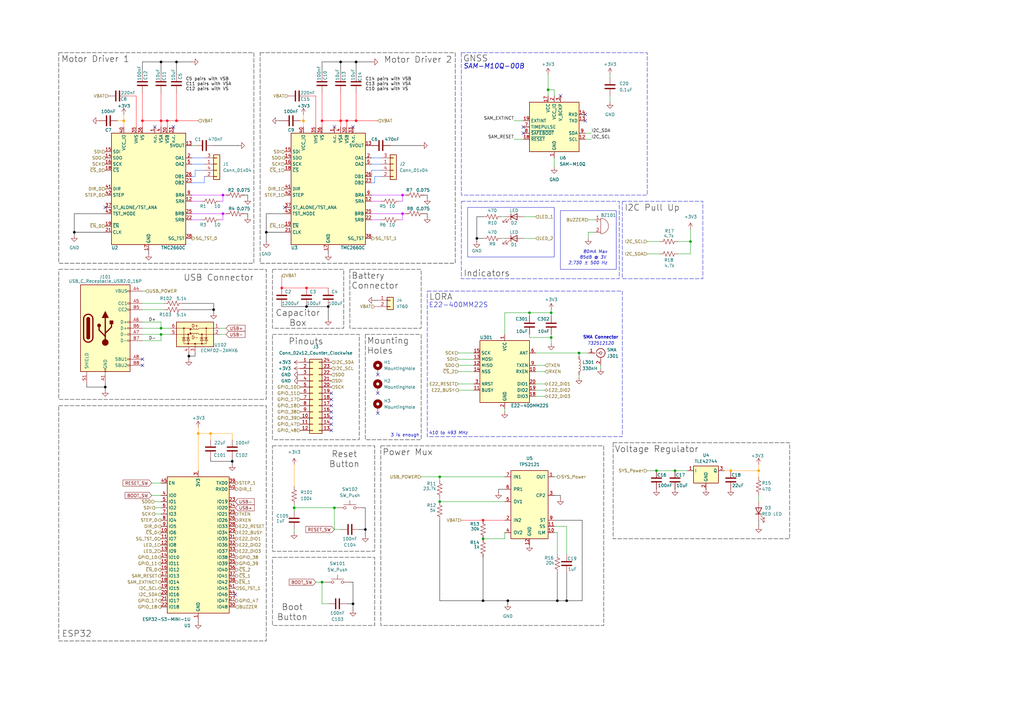
<source format=kicad_sch>
(kicad_sch (version 20250114) (generator "eeschema") (generator_version "9.0")
  (paper "A3")
  (title_block (title "GATOR (MotorBoard MK2)") (date "2025-10-12") (rev "A") (company "Illinois Space Society") (comment 3 "Himesh Nasaka, Ben Wang, Nicholas Phillips, Thomas McManamen, Quinn Athas") (comment 4 "Contributors: Lucas Lessard, Edide Tang, Jackie Li, Linus Mitchell, Chethan Karandikar, "))
  (lib_symbols
    (symbol "Conn_01x04_1" (pin_names (offset 1.016) (hide yes))
      (property "Reference" "J2" (at 2.54 0.0001 0))
      (property "Value" "Conn_01x04" (at 2.54 -2.5399 0))
      (symbol "Conn_01x04_1_1_1"
        (pin passive line (at -5.08 2.54 0) (length 3.81) (name "Pin_3") (number "3"))
        (pin passive line (at -5.08 0 0) (length 3.81) (name "Pin_1") (number "1"))
        (pin passive line (at -5.08 -2.54 0) (length 3.81) (name "Pin_4") (number "4"))
        (pin passive line (at -5.08 -5.08 0) (length 3.81) (name "Pin_2") (number "2"))
      )
    )
    (symbol "Connector:Conn_Coaxial" (pin_names (offset 1.016) (hide yes))
      (property "Reference" "J" (at 0.254 3.048 0))
      (property "Value" "Conn_Coaxial" (at 2.921 0 90))
      (symbol "Conn_Coaxial_1_1"
        (pin passive line (at -5.08 0 0) (length 2.54) (name "In") (number "1"))
        (pin passive line (at 0 -5.08 90) (length 2.54) (name "Ext") (number "2"))
      )
    )
    (symbol "Connector:USB_C_Receptacle_USB2.0_16P" (pin_names (offset 1.016))
      (property "Reference" "J101" (at 0 21.082 0))
      (property "Value" "USB_C_Receptacle_USB2.0_16P" (at 0 19.304 0))
      (symbol "USB_C_Receptacle_USB2.0_16P_1_1"
        (pin passive line (at -7.62 -22.86 90) (length 5.08) (name "SHIELD") (number "S1"))
        (pin passive line (at 0 -22.86 90) (length 5.08) (name "GND") (number "A1"))
        (pin passive line (at 0 -22.86 90) (length 5.08) (hide yes) (name "GND") (number "A12"))
        (pin passive line (at 0 -22.86 90) (length 5.08) (hide yes) (name "GND") (number "B1"))
        (pin passive line (at 0 -22.86 90) (length 5.08) (hide yes) (name "GND") (number "B12"))
        (pin passive line (at 15.24 15.24 180) (length 5.08) (name "VBUS") (number "A4"))
        (pin passive line (at 15.24 15.24 180) (length 5.08) (hide yes) (name "VBUS") (number "A9"))
        (pin passive line (at 15.24 15.24 180) (length 5.08) (hide yes) (name "VBUS") (number "B4"))
        (pin passive line (at 15.24 15.24 180) (length 5.08) (hide yes) (name "VBUS") (number "B9"))
        (pin bidirectional line (at 15.24 10.16 180) (length 5.08) (name "CC1") (number "A5"))
        (pin bidirectional line (at 15.24 7.62 180) (length 5.08) (name "CC2") (number "B5"))
        (pin bidirectional line (at 15.24 2.54 180) (length 5.08) (name "D+") (number "A6"))
        (pin bidirectional line (at 15.24 0 180) (length 5.08) (name "D+") (number "B6"))
        (pin bidirectional line (at 15.24 -2.54 180) (length 5.08) (name "D-") (number "A7"))
        (pin bidirectional line (at 15.24 -5.08 180) (length 5.08) (name "D-") (number "B7"))
        (pin bidirectional line (at 15.24 -12.7 180) (length 5.08) (name "SBU1") (number "A8"))
        (pin bidirectional line (at 15.24 -15.24 180) (length 5.08) (name "SBU2") (number "B8"))
      )
    )
    (symbol "Connector_Generic:Conn_01x02" (pin_names (offset 1.016) (hide yes))
      (property "Reference" "J" (at 0 2.54 0))
      (property "Value" "Conn_01x02" (at 0 -5.08 0))
      (symbol "Conn_01x02_1_1"
        (pin passive line (at -5.08 0 0) (length 3.81) (name "Pin_1") (number "1"))
        (pin passive line (at -5.08 -2.54 0) (length 3.81) (name "Pin_2") (number "2"))
      )
    )
    (symbol "Connector_Generic:Conn_01x04" (pin_names (offset 1.016) (hide yes))
      (property "Reference" "J1" (at 2.54 0.0001 0))
      (property "Value" "Conn_01x04" (at 2.54 -2.5399 0))
      (symbol "Conn_01x04_1_1"
        (pin passive line (at -5.08 2.54 0) (length 3.81) (name "Pin_3") (number "3"))
        (pin passive line (at -5.08 0 0) (length 3.81) (name "Pin_1") (number "1"))
        (pin passive line (at -5.08 -2.54 0) (length 3.81) (name "Pin_4") (number "4"))
        (pin passive line (at -5.08 -5.08 0) (length 3.81) (name "Pin_2") (number "2"))
      )
    )
    (symbol "Connector_Generic:Conn_02x12_Counter_Clockwise" (pin_names (offset 1.016) (hide yes))
      (property "Reference" "J" (at 1.27 15.24 0))
      (property "Value" "Conn_02x12_Counter_Clockwise" (at 1.27 -17.78 0))
      (symbol "Conn_02x12_Counter_Clockwise_1_1"
        (pin passive line (at -5.08 12.7 0) (length 3.81) (name "Pin_1") (number "1"))
        (pin passive line (at -5.08 10.16 0) (length 3.81) (name "Pin_2") (number "2"))
        (pin passive line (at -5.08 7.62 0) (length 3.81) (name "Pin_3") (number "3"))
        (pin passive line (at -5.08 5.08 0) (length 3.81) (name "Pin_4") (number "4"))
        (pin passive line (at -5.08 2.54 0) (length 3.81) (name "Pin_5") (number "5"))
        (pin passive line (at -5.08 0 0) (length 3.81) (name "Pin_6") (number "6"))
        (pin passive line (at -5.08 -2.54 0) (length 3.81) (name "Pin_7") (number "7"))
        (pin passive line (at -5.08 -5.08 0) (length 3.81) (name "Pin_8") (number "8"))
        (pin passive line (at -5.08 -7.62 0) (length 3.81) (name "Pin_9") (number "9"))
        (pin passive line (at -5.08 -10.16 0) (length 3.81) (name "Pin_10") (number "10"))
        (pin passive line (at -5.08 -12.7 0) (length 3.81) (name "Pin_11") (number "11"))
        (pin passive line (at -5.08 -15.24 0) (length 3.81) (name "Pin_12") (number "12"))
        (pin passive line (at 7.62 12.7 180) (length 3.81) (name "Pin_24") (number "24"))
        (pin passive line (at 7.62 10.16 180) (length 3.81) (name "Pin_23") (number "23"))
        (pin passive line (at 7.62 7.62 180) (length 3.81) (name "Pin_22") (number "22"))
        (pin passive line (at 7.62 5.08 180) (length 3.81) (name "Pin_21") (number "21"))
        (pin passive line (at 7.62 2.54 180) (length 3.81) (name "Pin_20") (number "20"))
        (pin passive line (at 7.62 0 180) (length 3.81) (name "Pin_19") (number "19"))
        (pin passive line (at 7.62 -2.54 180) (length 3.81) (name "Pin_18") (number "18"))
        (pin passive line (at 7.62 -5.08 180) (length 3.81) (name "Pin_17") (number "17"))
        (pin passive line (at 7.62 -7.62 180) (length 3.81) (name "Pin_16") (number "16"))
        (pin passive line (at 7.62 -10.16 180) (length 3.81) (name "Pin_15") (number "15"))
        (pin passive line (at 7.62 -12.7 180) (length 3.81) (name "Pin_14") (number "14"))
        (pin passive line (at 7.62 -15.24 180) (length 3.81) (name "Pin_13") (number "13"))
      )
    )
    (symbol "D24V50F5:C" (pin_numbers (hide yes)) (pin_names (offset 0.254))
      (property "Reference" "C" (at 0.635 2.54 0))
      (property "Value" "C" (at 0.635 -2.54 0))
      (symbol "C_1_1"
        (pin passive line (at 0 3.81 270) (length 2.794) (name "~") (number "1"))
        (pin passive line (at 0 -3.81 90) (length 2.794) (name "~") (number "2"))
      )
    )
    (symbol "Device:Buzzer" (pin_names (offset 0.0254) (hide yes))
      (property "Reference" "BZ" (at 3.81 1.27 0))
      (property "Value" "Buzzer" (at 3.81 -1.27 0))
      (symbol "Buzzer_1_1"
        (pin passive line (at -2.54 2.54 0) (length 2.54) (name "-") (number "1"))
        (pin passive line (at -2.54 -2.54 0) (length 2.54) (name "+") (number "2"))
      )
    )
    (symbol "Device:C" (pin_numbers (hide yes)) (pin_names (offset 0.254))
      (property "Reference" "C" (at 0.635 2.54 0))
      (property "Value" "C" (at 0.635 -2.54 0))
      (symbol "C_1_1"
        (pin passive line (at 0 3.81 270) (length 2.794) (name "~") (number "1"))
        (pin passive line (at 0 -3.81 90) (length 2.794) (name "~") (number "2"))
      )
    )
    (symbol "Device:L" (pin_numbers (hide yes)) (pin_names (offset 1.016) (hide yes))
      (property "Reference" "L" (at -1.27 0 90))
      (property "Value" "L" (at 1.905 0 90))
      (symbol "L_1_1"
        (pin passive line (at 0 3.81 270) (length 1.27) (name "1") (number "1"))
        (pin passive line (at 0 -3.81 90) (length 1.27) (name "2") (number "2"))
      )
    )
    (symbol "Device:LED" (pin_numbers (hide yes)) (pin_names (offset 1.016) (hide yes))
      (property "Reference" "D" (at 0 2.54 0))
      (property "Value" "LED" (at 0 -2.54 0))
      (symbol "LED_1_1"
        (pin passive line (at -3.81 0 0) (length 2.54) (name "K") (number "1"))
        (pin passive line (at 3.81 0 180) (length 2.54) (name "A") (number "2"))
      )
    )
    (symbol "Device:R_US" (pin_numbers (hide yes)) (pin_names (offset 0))
      (property "Reference" "R" (at 2.54 0 90))
      (property "Value" "R_US" (at -2.54 0 90))
      (symbol "R_US_1_1"
        (pin passive line (at 0 3.81 270) (length 1.27) (name "~") (number "1"))
        (pin passive line (at 0 -3.81 90) (length 1.27) (name "~") (number "2"))
      )
    )
    (symbol "Driver_Motor:TMC2660"
      (property "Reference" "U" (at 15.24 27.94 0))
      (property "Value" "TMC2660" (at 22.86 25.4 0))
      (symbol "TMC2660_1_1"
        (pin input line (at -17.78 15.24 0) (length 2.54) (name "SDI") (number "15"))
        (pin passive line (at -17.78 12.7 0) (length 2.54) (name "SDO") (number "14"))
        (pin input line (at -17.78 10.16 0) (length 2.54) (name "SCK") (number "16"))
        (pin input line (at -17.78 7.62 0) (length 2.54) (name "~{CS}") (number "18"))
        (pin input line (at -17.78 0 0) (length 2.54) (name "DIR") (number "41"))
        (pin input line (at -17.78 -2.54 0) (length 2.54) (name "STEP") (number "42"))
        (pin input line (at -17.78 -7.62 0) (length 2.54) (name "ST_ALONE/TST_ANA") (number "37"))
        (pin input line (at -17.78 -10.16 0) (length 2.54) (name "TST_MODE") (number "43"))
        (pin input line (at -17.78 -15.24 0) (length 2.54) (name "~{EN}") (number "19"))
        (pin input line (at -17.78 -17.78 0) (length 2.54) (name "CLK") (number "21"))
        (pin power_in line (at -10.16 25.4 270) (length 2.54) (name "VCC_IO") (number "40"))
        (pin power_in line (at -5.08 25.4 270) (length 2.54) (name "VHS") (number "35"))
        (pin power_in line (at -2.54 25.4 270) (length 2.54) (name "VS") (number "36"))
        (pin power_in line (at 0 -25.4 90) (length 2.54) (name "GND") (number "17"))
        (pin passive line (at 0 -25.4 90) (length 2.54) (hide yes) (name "GND") (number "39"))
        (pin passive line (at 0 -25.4 90) (length 2.54) (hide yes) (name "GND") (number "44"))
        (pin free line (at 2.54 25.4 270) (length 2.54) (name "n.c.") (number "1"))
        (pin no_connect line (at 2.54 -22.86 90) (length 2.54) (hide yes) (name "n.c.") (number "20"))
        (pin power_in line (at 5.08 25.4 270) (length 2.54) (name "VSA") (number "4"))
        (pin no_connect line (at 5.08 -22.86 90) (length 2.54) (hide yes) (name "n.c.") (number "34"))
        (pin power_in line (at 7.62 25.4 270) (length 2.54) (name "VSB") (number "30"))
        (pin free line (at 10.16 25.4 270) (length 2.54) (name "n.c.") (number "33"))
        (pin power_out line (at 17.78 17.78 180) (length 2.54) (name "5VOUT") (number "13"))
        (pin power_out line (at 17.78 12.7 180) (length 2.54) (name "OA1") (number "2"))
        (pin passive line (at 17.78 12.7 180) (length 2.54) (hide yes) (name "OA1") (number "3"))
        (pin passive line (at 17.78 12.7 180) (length 2.54) (hide yes) (name "OA1") (number "7"))
        (pin passive line (at 17.78 12.7 180) (length 2.54) (hide yes) (name "OA1") (number "8"))
        (pin passive line (at 17.78 10.16 180) (length 2.54) (hide yes) (name "OA2") (number "10"))
        (pin passive line (at 17.78 10.16 180) (length 2.54) (hide yes) (name "OA2") (number "11"))
        (pin power_out line (at 17.78 10.16 180) (length 2.54) (name "OA2") (number "5"))
        (pin passive line (at 17.78 10.16 180) (length 2.54) (hide yes) (name "OA2") (number "6"))
        (pin power_out line (at 17.78 5.08 180) (length 2.54) (name "OB1") (number "26"))
        (pin passive line (at 17.78 5.08 180) (length 2.54) (hide yes) (name "OB1") (number "27"))
        (pin passive line (at 17.78 5.08 180) (length 2.54) (hide yes) (name "OB1") (number "31"))
        (pin passive line (at 17.78 5.08 180) (length 2.54) (hide yes) (name "OB1") (number "32"))
        (pin power_out line (at 17.78 2.54 180) (length 2.54) (name "OB2") (number "23"))
        (pin passive line (at 17.78 2.54 180) (length 2.54) (hide yes) (name "OB2") (number "24"))
        (pin passive line (at 17.78 2.54 180) (length 2.54) (hide yes) (name "OB2") (number "28"))
        (pin passive line (at 17.78 2.54 180) (length 2.54) (hide yes) (name "OB2") (number "29"))
        (pin input line (at 17.78 -2.54 180) (length 2.54) (name "BRA") (number "9"))
        (pin input line (at 17.78 -5.08 180) (length 2.54) (name "SRA") (number "12"))
        (pin input line (at 17.78 -10.16 180) (length 2.54) (name "BRB") (number "25"))
        (pin input line (at 17.78 -12.7 180) (length 2.54) (name "SRB") (number "22"))
        (pin output line (at 17.78 -20.32 180) (length 2.54) (name "SG_TST") (number "38"))
      )
    )
    (symbol "GND_7" (power) (pin_numbers (hide yes)) (pin_names (offset 0) (hide yes))
      (property "Value" "GND" (at 0 -3.81 0))
      (symbol "GND_7_1_1"
        (pin power_in line (at 0 0 270) (length 0) (name "~") (number "1"))
      )
    )
    (symbol "Mechanical:MountingHole_Pad" (pin_numbers (hide yes)) (pin_names (offset 1.016) (hide yes)) (exclude_from_sim yes) (in_bom no)
      (property "Reference" "H" (at 0 6.35 0))
      (property "Value" "MountingHole_Pad" (at 0 4.445 0))
      (symbol "MountingHole_Pad_1_1"
        (pin input line (at 0 -2.54 90) (length 2.54) (name "1") (number "1"))
      )
    )
    (symbol "POWER_MUX:TPS2121" (pin_names (offset 1.016))
      (property "Reference" "U" (at -6.35 16.51 0))
      (property "Value" "TPS2121" (at 3.81 16.51 0))
      (symbol "TPS2121_0_0"
        (pin power_in line (at -10.16 12.7 0) (length 2.54) (name "IN1") (number "7"))
        (pin input line (at -10.16 7.62 0) (length 2.54) (name "PR1") (number "6"))
        (pin input line (at -10.16 2.54 0) (length 2.54) (name "OV1") (number "5"))
        (pin power_in line (at -10.16 -5.08 0) (length 2.54) (name "IN2") (number "2"))
        (pin input line (at -10.16 -10.16 0) (length 2.54) (name "OV2") (number "4"))
        (pin power_in line (at 0 -15.24 90) (length 2.54) (name "GND") (number "12"))
        (pin input line (at 10.16 5.08 180) (length 2.54) (name "CP2") (number "3"))
        (pin output line (at 10.16 -5.08 180) (length 2.54) (name "ST") (number "9"))
        (pin output line (at 10.16 -7.62 180) (length 2.54) (name "SS") (number "11"))
        (pin output line (at 10.16 -10.16 180) (length 2.54) (name "ILM") (number "10"))
      )
      (symbol "TPS2121_1_0"
        (pin power_out line (at 10.16 12.7 180) (length 2.54) (name "OUT") (number "1"))
        (pin power_out line (at 10.16 12.7 180) (length 2.54) (hide yes) (name "OUT") (number "8"))
      )
    )
    (symbol "Power_Protection:ECMF02-2AMX6" (pin_names (offset 0.0254) (hide yes))
      (property "Reference" "U" (at 0 10.16 0))
      (property "Value" "ECMF02-2AMX6" (at 0 7.62 0))
      (symbol "ECMF02-2AMX6_0_1"
        (text "D+" (at 0 3.556 0) (effects (font (size 1.27 1.27))))
        (text "D-" (at 0 -1.27 0) (effects (font (size 1.27 1.27))))
      )
      (symbol "ECMF02-2AMX6_1_1"
        (pin passive line (at -10.16 2.54 0) (length 2.54) (name "D+_in") (number "1"))
        (pin passive line (at -10.16 0 0) (length 2.54) (name "D-_in") (number "2"))
        (pin power_in line (at 0 -7.62 90) (length 2.54) (name "GND") (number "3"))
        (pin free line (at 2.54 -7.62 90) (length 2.54) (name "NC") (number "4"))
        (pin passive line (at 10.16 2.54 180) (length 2.54) (name "D+_out") (number "6"))
        (pin passive line (at 10.16 0 180) (length 2.54) (name "D-_out") (number "5"))
      )
    )
    (symbol "RF_GPS:SAM-M8Q"
      (property "Reference" "U" (at -8.89 11.43 0))
      (property "Value" "SAM-M8Q" (at 8.89 11.43 0))
      (symbol "SAM-M8Q_1_1"
        (pin input line (at -12.7 2.54 0) (length 2.54) (name "EXTINT") (number "19"))
        (pin output line (at -12.7 0 0) (length 2.54) (name "TIMEPULSE") (number "7"))
        (pin input line (at -12.7 -2.54 0) (length 2.54) (name "~{SAFEBOOT}") (number "8"))
        (pin input line (at -12.7 -5.08 0) (length 2.54) (name "~{RESET}") (number "18"))
        (pin power_in line (at -2.54 12.7 270) (length 2.54) (name "VCC") (number "17"))
        (pin power_in line (at 0 12.7 270) (length 2.54) (name "VCC_IO") (number "2"))
        (pin power_in line (at 0 -12.7 90) (length 2.54) (name "GND") (number "1"))
        (pin passive line (at 0 -12.7 90) (length 2.54) (hide yes) (name "GND") (number "10"))
        (pin passive line (at 0 -12.7 90) (length 2.54) (hide yes) (name "GND") (number "11"))
        (pin passive line (at 0 -12.7 90) (length 2.54) (hide yes) (name "GND") (number "15"))
        (pin passive line (at 0 -12.7 90) (length 2.54) (hide yes) (name "GND") (number "16"))
        (pin passive line (at 0 -12.7 90) (length 2.54) (hide yes) (name "GND") (number "20"))
        (pin passive line (at 0 -12.7 90) (length 2.54) (hide yes) (name "GND") (number "4"))
        (pin passive line (at 0 -12.7 90) (length 2.54) (hide yes) (name "GND") (number "5"))
        (pin passive line (at 0 -12.7 90) (length 2.54) (hide yes) (name "GND") (number "6"))
        (pin power_in line (at 2.54 12.7 270) (length 2.54) (name "V_BCKP") (number "3"))
        (pin input line (at 12.7 5.08 180) (length 2.54) (name "RXD") (number "14"))
        (pin output line (at 12.7 2.54 180) (length 2.54) (name "TXD") (number "13"))
        (pin bidirectional line (at 12.7 -2.54 180) (length 2.54) (name "SDA") (number "9"))
        (pin input line (at 12.7 -5.08 180) (length 2.54) (name "SCL") (number "12"))
      )
    )
    (symbol "RF_Module:ESP32-S3-MINI-1U"
      (property "Reference" "U" (at -11.43 29.21 0))
      (property "Value" "ESP32-S3-MINI-1U" (at 12.7 29.21 0))
      (symbol "ESP32-S3-MINI-1U_1_1"
        (pin input line (at -15.24 25.4 0) (length 2.54) (name "EN") (number "45"))
        (pin bidirectional line (at -15.24 20.32 0) (length 2.54) (name "IO0") (number "4"))
        (pin bidirectional line (at -15.24 17.78 0) (length 2.54) (name "IO1") (number "5"))
        (pin bidirectional line (at -15.24 15.24 0) (length 2.54) (name "IO2") (number "6"))
        (pin bidirectional line (at -15.24 12.7 0) (length 2.54) (name "IO3") (number "7"))
        (pin bidirectional line (at -15.24 10.16 0) (length 2.54) (name "IO4") (number "8"))
        (pin bidirectional line (at -15.24 7.62 0) (length 2.54) (name "IO5") (number "9"))
        (pin bidirectional line (at -15.24 5.08 0) (length 2.54) (name "IO6") (number "10"))
        (pin bidirectional line (at -15.24 2.54 0) (length 2.54) (name "IO7") (number "11"))
        (pin bidirectional line (at -15.24 0 0) (length 2.54) (name "IO8") (number "12"))
        (pin bidirectional line (at -15.24 -2.54 0) (length 2.54) (name "IO9") (number "13"))
        (pin bidirectional line (at -15.24 -5.08 0) (length 2.54) (name "IO10") (number "14"))
        (pin bidirectional line (at -15.24 -7.62 0) (length 2.54) (name "IO11") (number "15"))
        (pin bidirectional line (at -15.24 -10.16 0) (length 2.54) (name "IO12") (number "16"))
        (pin bidirectional line (at -15.24 -12.7 0) (length 2.54) (name "IO13") (number "17"))
        (pin bidirectional line (at -15.24 -15.24 0) (length 2.54) (name "IO14") (number "18"))
        (pin bidirectional line (at -15.24 -17.78 0) (length 2.54) (name "IO15") (number "19"))
        (pin bidirectional line (at -15.24 -20.32 0) (length 2.54) (name "IO16") (number "20"))
        (pin bidirectional line (at -15.24 -22.86 0) (length 2.54) (name "IO17") (number "21"))
        (pin bidirectional line (at -15.24 -25.4 0) (length 2.54) (name "IO18") (number "22"))
        (pin power_in line (at 0 30.48 270) (length 2.54) (name "3V3") (number "3"))
        (pin power_in line (at 0 -30.48 90) (length 2.54) (name "GND") (number "1"))
        (pin passive line (at 0 -30.48 90) (length 2.54) (hide yes) (name "GND") (number "2"))
        (pin passive line (at 0 -30.48 90) (length 2.54) (hide yes) (name "GND") (number "42"))
        (pin passive line (at 0 -30.48 90) (length 2.54) (hide yes) (name "GND") (number "43"))
        (pin passive line (at 0 -30.48 90) (length 2.54) (hide yes) (name "GND") (number "46"))
        (pin passive line (at 0 -30.48 90) (length 2.54) (hide yes) (name "GND") (number "47"))
        (pin passive line (at 0 -30.48 90) (length 2.54) (hide yes) (name "GND") (number "48"))
        (pin passive line (at 0 -30.48 90) (length 2.54) (hide yes) (name "GND") (number "49"))
        (pin passive line (at 0 -30.48 90) (length 2.54) (hide yes) (name "GND") (number "50"))
        (pin passive line (at 0 -30.48 90) (length 2.54) (hide yes) (name "GND") (number "51"))
        (pin passive line (at 0 -30.48 90) (length 2.54) (hide yes) (name "GND") (number "52"))
        (pin passive line (at 0 -30.48 90) (length 2.54) (hide yes) (name "GND") (number "53"))
        (pin passive line (at 0 -30.48 90) (length 2.54) (hide yes) (name "GND") (number "54"))
        (pin passive line (at 0 -30.48 90) (length 2.54) (hide yes) (name "GND") (number "55"))
        (pin passive line (at 0 -30.48 90) (length 2.54) (hide yes) (name "GND") (number "56"))
        (pin passive line (at 0 -30.48 90) (length 2.54) (hide yes) (name "GND") (number "57"))
        (pin passive line (at 0 -30.48 90) (length 2.54) (hide yes) (name "GND") (number "58"))
        (pin passive line (at 0 -30.48 90) (length 2.54) (hide yes) (name "GND") (number "59"))
        (pin passive line (at 0 -30.48 90) (length 2.54) (hide yes) (name "GND") (number "60"))
        (pin passive line (at 0 -30.48 90) (length 2.54) (hide yes) (name "GND") (number "61"))
        (pin passive line (at 0 -30.48 90) (length 2.54) (hide yes) (name "GND") (number "62"))
        (pin passive line (at 0 -30.48 90) (length 2.54) (hide yes) (name "GND") (number "63"))
        (pin passive line (at 0 -30.48 90) (length 2.54) (hide yes) (name "GND") (number "64"))
        (pin passive line (at 0 -30.48 90) (length 2.54) (hide yes) (name "GND") (number "65"))
        (pin bidirectional line (at 15.24 25.4 180) (length 2.54) (name "TXD0") (number "39"))
        (pin bidirectional line (at 15.24 22.86 180) (length 2.54) (name "RXD0") (number "40"))
        (pin bidirectional line (at 15.24 17.78 180) (length 2.54) (name "IO19") (number "23"))
        (pin bidirectional line (at 15.24 15.24 180) (length 2.54) (name "IO20") (number "24"))
        (pin bidirectional line (at 15.24 12.7 180) (length 2.54) (name "IO21") (number "25"))
        (pin bidirectional line (at 15.24 10.16 180) (length 2.54) (name "IO26") (number "26"))
        (pin bidirectional line (at 15.24 7.62 180) (length 2.54) (name "IO33") (number "28"))
        (pin bidirectional line (at 15.24 5.08 180) (length 2.54) (name "IO34") (number "29"))
        (pin bidirectional line (at 15.24 2.54 180) (length 2.54) (name "IO35") (number "31"))
        (pin bidirectional line (at 15.24 0 180) (length 2.54) (name "IO36") (number "32"))
        (pin bidirectional line (at 15.24 -2.54 180) (length 2.54) (name "IO37") (number "33"))
        (pin bidirectional line (at 15.24 -5.08 180) (length 2.54) (name "IO38") (number "34"))
        (pin bidirectional line (at 15.24 -7.62 180) (length 2.54) (name "IO39") (number "35"))
        (pin bidirectional line (at 15.24 -10.16 180) (length 2.54) (name "IO40") (number "36"))
        (pin bidirectional line (at 15.24 -12.7 180) (length 2.54) (name "IO41") (number "37"))
        (pin bidirectional line (at 15.24 -15.24 180) (length 2.54) (name "IO42") (number "38"))
        (pin bidirectional line (at 15.24 -17.78 180) (length 2.54) (name "IO45") (number "41"))
        (pin bidirectional line (at 15.24 -20.32 180) (length 2.54) (name "IO46") (number "44"))
        (pin bidirectional line (at 15.24 -22.86 180) (length 2.54) (name "IO47") (number "27"))
        (pin bidirectional line (at 15.24 -25.4 180) (length 2.54) (name "IO48") (number "30"))
      )
    )
    (symbol "RF_Module_Ebyte:E22-400MM22S"
      (property "Reference" "U" (at -8.89 13.97 0))
      (property "Value" "E22-400MM22S" (at 8.89 -13.97 0))
      (symbol "E22-400MM22S_1_1"
        (pin input line (at -12.7 7.62 0) (length 2.54) (name "SCK") (number "15"))
        (pin input line (at -12.7 5.08 0) (length 2.54) (name "MOSI") (number "13"))
        (pin output line (at -12.7 2.54 0) (length 2.54) (name "MISO") (number "12"))
        (pin input line (at -12.7 0 0) (length 2.54) (name "NSS") (number "14"))
        (pin input line (at -12.7 -5.08 0) (length 2.54) (name "NRST") (number "3"))
        (pin output line (at -12.7 -7.62 0) (length 2.54) (name "BUSY") (number "11"))
        (pin no_connect line (at -10.16 -10.16 0) (length 2.54) (hide yes) (name "NC") (number "17"))
        (pin no_connect line (at -10.16 -10.16 0) (length 2.54) (hide yes) (name "NC") (number "4"))
        (pin no_connect line (at -10.16 -10.16 0) (length 2.54) (hide yes) (name "NC") (number "5"))
        (pin no_connect line (at -10.16 -10.16 0) (length 2.54) (hide yes) (name "NC") (number "8"))
        (pin power_in line (at 0 15.24 270) (length 2.54) (name "VCC") (number "1"))
        (pin passive line (at 0 -15.24 90) (length 2.54) (hide yes) (name "GND") (number "16"))
        (pin power_in line (at 0 -15.24 90) (length 2.54) (name "GND") (number "2"))
        (pin passive line (at 0 -15.24 90) (length 2.54) (hide yes) (name "GND") (number "7"))
        (pin unspecified line (at 12.7 7.62 180) (length 2.54) (name "ANT") (number "6"))
        (pin input line (at 12.7 2.54 180) (length 2.54) (name "TXEN") (number "9"))
        (pin input line (at 12.7 0 180) (length 2.54) (name "RXEN") (number "10"))
        (pin bidirectional line (at 12.7 -5.08 180) (length 2.54) (name "DIO1") (number "20"))
        (pin bidirectional line (at 12.7 -7.62 180) (length 2.54) (name "DIO2") (number "19"))
        (pin bidirectional line (at 12.7 -10.16 180) (length 2.54) (name "DIO3") (number "18"))
      )
    )
    (symbol "Regulator_Infineon:TLE42744"
      (property "Reference" "U" (at 0 4.318 0))
      (property "Value" "TLE42744" (at -12.7 -2.54 0))
      (symbol "TLE42744_1_0"
        (pin passive line (at 0 -6.35 90) (length 2.54) (hide yes) (name "GND") (number "4"))
      )
      (symbol "TLE42744_1_1"
        (pin power_in line (at -7.62 1.27 0) (length 2.54) (name "I") (number "1"))
        (pin power_in line (at 0 -6.35 90) (length 2.54) (name "GND") (number "2"))
        (pin power_out line (at 7.62 1.27 180) (length 2.54) (name "Q") (number "3"))
      )
    )
    (symbol "Switch:SW_Push" (pin_numbers (hide yes)) (pin_names (offset 1.016) (hide yes))
      (property "Reference" "SW" (at 1.27 2.54 0))
      (property "Value" "SW_Push" (at 0 -1.524 0))
      (symbol "SW_Push_0_1"
        (pin passive line (at -5.08 0 0) (length 2.54) (name "1") (number "1"))
        (pin passive line (at 5.08 0 180) (length 2.54) (name "2") (number "2"))
      )
    )
    (symbol "power:+3.3V" (power) (pin_numbers (hide yes)) (pin_names (offset 0) (hide yes))
      (property "Value" "+3.3V" (at 0 3.556 0))
      (symbol "+3.3V_1_1"
        (pin power_in line (at 0 0 90) (length 0) (name "~") (number "1"))
      )
    )
    (symbol "power:+3V3" (power) (pin_numbers (hide yes)) (pin_names (offset 0) (hide yes))
      (property "Value" "+3V3" (at 0 3.556 0))
      (symbol "+3V3_1_1"
        (pin power_in line (at 0 0 90) (length 0) (name "~") (number "1"))
      )
    )
    (symbol "power:GND" (power) (pin_numbers (hide yes)) (pin_names (offset 0) (hide yes))
      (property "Value" "GND" (at 0 -3.81 0))
      (symbol "GND_1_1"
        (pin power_in line (at 0 0 270) (length 0) (name "~") (number "1"))
      )
    )
  )
  (rectangle (start 111.76 110.49) (end 140.97 134.62) (stroke (width 0) (type dash) (color 0 0 0 1)))
  (rectangle (start 175.26 119.38) (end 255.27 179.07) (stroke (width 0) (type dash)))
  (rectangle (start 251.46 181.61) (end 323.85 220.98) (stroke (width 0) (type dash) (color 0 0 0 1)))
  (rectangle (start 24.13 21.59) (end 104.14 107.95) (stroke (width 0) (type dash) (color 0 0 0 1)))
  (rectangle (start 24.13 166.37) (end 109.22 262.89) (stroke (width 0) (type dash) (color 0 0 0 1)))
  (rectangle (start 24.13 110.49) (end 109.22 163.83) (stroke (width 0) (type dash) (color 0 0 0 1)))
  (rectangle (start 111.76 228.6) (end 153.67 256.54) (stroke (width 0) (type dash) (color 0 0 0 1)))
  (rectangle (start 229.87 86.36) (end 252.73 110.49))
  (rectangle (start 156.21 182.88) (end 247.65 256.54) (stroke (width 0) (type dash) (color 0 0 0 1)))
  (rectangle (start 106.68 21.59) (end 186.69 107.95) (stroke (width 0) (type dash) (color 0 0 0 1)))
  (rectangle (start 111.76 137.16) (end 147.32 180.34) (stroke (width 0) (type dash) (color 0 0 0 1)))
  (rectangle (start 189.23 21.59) (end 265.43 80.01) (stroke (width 0) (type dash)))
  (rectangle (start 149.86 137.16) (end 172.72 180.34) (stroke (width 0) (type dash) (color 0 0 0 1)))
  (rectangle (start 191.77 85.09) (end 227.33 105.41))
  (rectangle (start 255.27 82.55) (end 288.29 114.3) (stroke (width 0) (type dash)))
  (rectangle (start 143.51 110.49) (end 172.72 134.62) (stroke (width 0) (type dash) (color 0 0 0 1)))
  (rectangle (start 189.23 82.55) (end 254 114.3) (stroke (width 0) (type dash)))
  (rectangle (start 111.76 182.88) (end 153.67 226.06) (stroke (width 0) (type dash) (color 0 0 0 1)))
  (text "C5 pairs with VSB\nC11 pairs with VSA\nC12 pairs with VS" (at 76.2 34.544 0) (effects (font (size 1.27 1.27)) (justify left)))
  (text "Battery \nConnector" (at 144.145 111.76 0) (effects (font (size 2.54 2.54)) (justify left top)))
  (text "85dB @ 3V" (at 248.666 106.426 0) (effects (font (size 1.27 1.27) (italic yes)) (justify right bottom)))
  (text "C14 pairs with VSB\nC13 pairs with VSA\nC10 pairs with VS" (at 149.86 34.544 0) (effects (font (size 1.27 1.27)) (justify left)))
  (text "Voltage Regulator" (at 252.095 182.88 0) (effects (font (size 2.54 2.54)) (justify left top)))
  (text "I2C Pull Up" (at 267.462 85.344 0) (effects (font (size 2.54 2.54))))
  (text "Pinouts" (at 125.476 140.208 0) (effects (font (size 2.54 2.54))))
  (text "2,730 ± 500 Hz" (at 249.174 108.712 0) (effects (font (size 1.27 1.27) (italic yes)) (justify right bottom)))
  (text "Boot\nButton" (at 119.888 251.206 0) (effects (font (size 2.54 2.54))))
  (text "SMA Connector" (at 246.38 138.43 0) (effects (font (size 1.27 1.27) (thickness 0.254) (bold yes))))
  (text "SAM-M10Q-00B" (at 189.992 28.448 0) (effects (font (size 2 2) (thickness 0.25) (italic yes)) (justify left bottom)))
  (text "Capacitor\nBox" (at 122.174 130.556 0) (effects (font (size 2.54 2.54))))
  (text "Reset\nButton" (at 141.224 188.468 0) (effects (font (size 2.54 2.54))))
  (text "Power Mux" (at 156.845 184.15 0) (effects (font (size 2.54 2.54)) (justify left top)))
  (text "E22-400MM22S" (at 175.895 126.365 0) (effects (font (size 2 2)) (justify left bottom)))
  (text "732512120" (at 246.38 140.97 0) (effects (font (size 1.27 1.27) (italic yes))))
  (text "Motor Driver 1" (at 39.116 24.384 0) (effects (font (size 2.54 2.54))))
  (text "3 is enough" (at 166.116 178.562 0) (effects (font (size 1.27 1.27))))
  (text "Mounting\nHoles" (at 150.495 138.43 0) (effects (font (size 2.54 2.54)) (justify left top)))
  (text "GNSS" (at 195.072 24.13 0) (effects (font (size 2.54 2.54))))
  (text "LORA" (at 180.848 121.92 0) (effects (font (size 2.54 2.54))))
  (text "USB Connector" (at 89.662 114.046 0) (effects (font (size 2.54 2.54))))
  (text "410 to 493 MHz" (at 175.895 178.435 0) (effects (font (size 1.27 1.27) (italic yes)) (justify left bottom)))
  (text "80mA Max" (at 249.174 104.14 0) (effects (font (size 1.27 1.27) (italic yes)) (justify right bottom)))
  (text "Indicators" (at 199.644 112.268 0) (effects (font (size 2.54 2.54))))
  (text "ESP32" (at 31.496 260.096 0) (effects (font (size 2.54 2.54))))
  (text "Motor Driver 2\n" (at 171.45 24.638 0) (effects (font (size 2.54 2.54))))
  (junction (at 77.47 146.05) (color 0 0 0 1))
  (junction (at 139.7 49.53) (color 255 12 32 1))
  (junction (at 66.04 49.53) (color 255 12 32 1))
  (junction (at 228.6 246.38) (color 0 0 0 1))
  (junction (at 120.65 208.28))
  (junction (at 91.44 87.63) (color 183 2 255 1))
  (junction (at 237.49 144.78))
  (junction (at 68.58 49.53) (color 255 12 32 1))
  (junction (at 226.06 128.27))
  (junction (at 132.08 238.76))
  (junction (at 125.73 125.73) (color 0 0 0 1))
  (junction (at 81.28 177.8) (color 255 153 0 1))
  (junction (at 146.05 25.4) (color 0 0 0 1))
  (junction (at 95.25 189.23) (color 0 0 0 1))
  (junction (at 195.58 97.79) (color 0 0 0 1))
  (junction (at 134.62 125.73) (color 0 0 0 1))
  (junction (at 72.39 25.4) (color 0 0 0 1))
  (junction (at 198.12 220.98))
  (junction (at 50.8 49.53) (color 255 154 0 1))
  (junction (at 115.57 118.11) (color 255 19 30 1))
  (junction (at 137.16 208.28))
  (junction (at 72.39 49.53) (color 255 12 32 1))
  (junction (at 165.1 87.63) (color 183 2 255 1))
  (junction (at 109.22 95.25) (color 0 0 0 1))
  (junction (at 66.04 134.62))
  (junction (at 180.34 205.74))
  (junction (at 124.46 49.53) (color 255 153 0 1))
  (junction (at 208.28 246.38) (color 0 0 0 1))
  (junction (at 226.06 138.43))
  (junction (at 198.12 246.38) (color 0 0 0 1))
  (junction (at 87.63 127) (color 0 0 0 1))
  (junction (at 165.1 80.01) (color 183 2 255 1))
  (junction (at 132.08 49.53) (color 255 12 32 1))
  (junction (at 311.15 193.04) (color 255 154 0 1))
  (junction (at 283.21 99.06))
  (junction (at 276.86 193.04))
  (junction (at 66.04 25.4) (color 0 0 0 1))
  (junction (at 299.72 193.04) (color 255 154 0 1))
  (junction (at 86.36 177.8) (color 255 153 0 1))
  (junction (at 224.79 36.83))
  (junction (at 146.05 49.53) (color 255 12 32 1))
  (junction (at 91.44 80.01) (color 183 2 255 1))
  (junction (at 269.24 193.04))
  (junction (at 149.86 217.17) (color 0 0 0 1))
  (junction (at 144.78 247.65) (color 0 0 0 1))
  (junction (at 125.73 118.11) (color 255 19 30 1))
  (junction (at 30.48 95.25) (color 0 0 0 1))
  (junction (at 232.41 246.38) (color 0 0 0 1))
  (junction (at 180.34 195.58))
  (junction (at 198.12 213.36) (color 255 19 30 1))
  (junction (at 217.17 128.27))
  (junction (at 58.42 49.53) (color 255 12 32 1))
  (junction (at 66.04 137.16))
  (junction (at 139.7 25.4) (color 0 0 0 1))
  (junction (at 43.18 158.75) (color 0 0 0 1))
  (junction (at 142.24 49.53) (color 255 12 32 1))
  (no_connect (at 229.87 39.37))
  (no_connect (at 43.18 85.09))
  (no_connect (at 135.89 166.37))
  (no_connect (at 135.89 176.53))
  (no_connect (at 240.03 46.99))
  (no_connect (at 58.42 147.32))
  (no_connect (at 154.94 161.29))
  (no_connect (at 137.16 52.07))
  (no_connect (at 135.89 163.83))
  (no_connect (at 214.63 52.07))
  (no_connect (at 96.52 243.84))
  (no_connect (at 144.78 52.07))
  (no_connect (at 71.12 52.07))
  (no_connect (at 135.89 161.29))
  (no_connect (at 240.03 49.53))
  (no_connect (at 154.94 153.67))
  (no_connect (at 154.9542 169.5004))
  (no_connect (at 135.89 171.45))
  (no_connect (at 135.89 173.99))
  (no_connect (at 116.84 85.09))
  (no_connect (at 214.63 54.61))
  (no_connect (at 63.5 52.07))
  (no_connect (at 58.42 149.86))
  (no_connect (at 135.89 168.91))
  (wire (pts (xy 139.7 38.1) (xy 139.7 49.53)) (stroke (width 0) (color 255 0 6 1)))
  (wire (pts (xy 74.93 127) (xy 87.63 127)) (stroke (width 0) (color 0 0 0 1)))
  (wire (pts (xy 132.08 49.53) (xy 139.7 49.53)) (stroke (width 0) (color 255 0 6 1)))
  (wire (pts (xy 227.33 195.58) (xy 228.6 195.58)))
  (wire (pts (xy 149.86 208.28) (xy 149.86 217.17)) (stroke (width 0) (color 0 0 0 1)))
  (wire (pts (xy 139.7 49.53) (xy 139.7 52.07)) (stroke (width 0) (color 255 0 6 1)))
  (wire (pts (xy 214.63 97.79) (xy 219.71 97.79)))
  (wire (pts (xy 62.23 198.12) (xy 66.04 198.12)))
  (wire (pts (xy 101.6 81.28) (xy 101.6 80.01)) (stroke (width 0) (color 0 0 0 1)))
  (wire (pts (xy 63.5 210.82) (xy 66.04 210.82)))
  (wire (pts (xy 198.12 228.6) (xy 198.12 246.38)) (stroke (width 0) (color 0 0 0 1)))
  (wire (pts (xy 58.42 25.4) (xy 66.04 25.4)) (stroke (width 0) (color 0 0 0 1)))
  (wire (pts (xy 63.5 205.74) (xy 66.04 205.74)))
  (wire (pts (xy 142.24 49.53) (xy 142.24 52.07)) (stroke (width 0) (color 255 0 6 1)))
  (wire (pts (xy 224.79 36.83) (xy 224.79 39.37)))
  (wire (pts (xy 195.58 99.06) (xy 195.58 97.79)) (stroke (width 0) (color 0 0 0 1)))
  (wire (pts (xy 78.74 90.17) (xy 82.55 90.17)) (stroke (width 0) (color 183 2 255 1)))
  (wire (pts (xy 152.4 74.93) (xy 153.67 74.93)) (stroke (width 0) (color 3 81 255 1)))
  (wire (pts (xy 227.33 213.36) (xy 238.76 213.36)) (stroke (width 0) (color 0 0 0 1)))
  (wire (pts (xy 115.57 125.73) (xy 125.73 125.73)) (stroke (width 0) (color 0 0 0 1)))
  (wire (pts (xy 124.46 49.53) (xy 124.46 52.07)) (stroke (width 0) (color 255 154 0 1)))
  (wire (pts (xy 43.18 157.48) (xy 43.18 158.75)) (stroke (width 0) (color 0 0 0 1)))
  (wire (pts (xy 153.67 72.39) (xy 156.21 72.39)) (stroke (width 0) (color 3 81 255 1)))
  (wire (pts (xy 58.42 132.08) (xy 66.04 132.08)))
  (wire (pts (xy 198.12 213.36) (xy 207.01 213.36)) (stroke (width 0) (color 255 19 30 1)))
  (wire (pts (xy 101.6 88.9) (xy 101.6 87.63)) (stroke (width 0) (color 0 0 0 1)))
  (wire (pts (xy 228.6 218.44) (xy 228.6 227.33)))
  (wire (pts (xy 166.37 87.63) (xy 165.1 87.63)) (stroke (width 0) (color 183 2 255 1)))
  (wire (pts (xy 246.38 149.86) (xy 246.38 151.13)))
  (wire (pts (xy 109.22 87.63) (xy 116.84 87.63)) (stroke (width 0) (color 0 0 0 1)))
  (wire (pts (xy 91.44 90.17) (xy 90.17 90.17)) (stroke (width 0) (color 183 2 255 1)))
  (wire (pts (xy 175.26 81.28) (xy 175.26 80.01)) (stroke (width 0) (color 0 0 0 1)))
  (wire (pts (xy 48.26 49.53) (xy 50.8 49.53)) (stroke (width 0) (color 255 154 0 1)))
  (wire (pts (xy 132.08 49.53) (xy 132.08 52.07)) (stroke (width 0) (color 255 0 6 1)))
  (wire (pts (xy 187.96 157.48) (xy 194.31 157.48)))
  (wire (pts (xy 139.7 25.4) (xy 146.05 25.4)) (stroke (width 0) (color 0 0 0 1)))
  (wire (pts (xy 62.23 203.2) (xy 66.04 203.2)))
  (wire (pts (xy 189.23 213.36) (xy 198.12 213.36)) (stroke (width 0) (color 255 19 30 1)))
  (wire (pts (xy 180.34 204.47) (xy 180.34 205.74)))
  (wire (pts (xy 160.02 59.69) (xy 172.72 59.69)) (stroke (width 0) (color 0 0 0 1)))
  (wire (pts (xy 78.74 67.31) (xy 83.82 67.31)) (stroke (width 0) (color 3 81 255 1)))
  (wire (pts (xy 283.21 93.98) (xy 283.21 99.06)))
  (wire (pts (xy 78.74 72.39) (xy 80.01 72.39)) (stroke (width 0) (color 3 81 255 1)))
  (wire (pts (xy 207.01 88.9) (xy 205.74 88.9)))
  (wire (pts (xy 207.01 220.98) (xy 207.01 218.44)))
  (wire (pts (xy 30.48 87.63) (xy 43.18 87.63)) (stroke (width 0) (color 0 0 0 1)))
  (wire (pts (xy 180.34 205.74) (xy 207.01 205.74)))
  (wire (pts (xy 72.39 25.4) (xy 78.74 25.4)) (stroke (width 0) (color 0 0 0 1)))
  (wire (pts (xy 152.4 82.55) (xy 156.21 82.55)) (stroke (width 0) (color 183 2 255 1)))
  (wire (pts (xy 92.71 87.63) (xy 91.44 87.63)) (stroke (width 0) (color 183 2 255 1)))
  (wire (pts (xy 219.71 144.78) (xy 237.49 144.78)))
  (wire (pts (xy 129.54 238.76) (xy 132.08 238.76)))
  (wire (pts (xy 237.49 144.78) (xy 237.49 146.05)))
  (wire (pts (xy 180.34 246.38) (xy 198.12 246.38)) (stroke (width 0) (color 0 0 0 1)))
  (wire (pts (xy 58.42 38.1) (xy 58.42 49.53)) (stroke (width 0) (color 255 0 6 1)))
  (wire (pts (xy 138.43 208.28) (xy 137.16 208.28)))
  (wire (pts (xy 95.25 189.23) (xy 95.25 187.96)) (stroke (width 0) (color 0 0 0 1)))
  (wire (pts (xy 163.83 90.17) (xy 165.1 90.17)) (stroke (width 0) (color 183 2 255 1)))
  (wire (pts (xy 208.28 246.38) (xy 228.6 246.38)) (stroke (width 0) (color 0 0 0 1)))
  (wire (pts (xy 195.58 97.79) (xy 195.58 88.9)) (stroke (width 0) (color 0 0 0 1)))
  (wire (pts (xy 120.65 207.01) (xy 120.65 208.28)))
  (wire (pts (xy 101.6 80.01) (xy 100.33 80.01)) (stroke (width 0) (color 0 0 0 1)))
  (wire (pts (xy 66.04 25.4) (xy 66.04 30.48)) (stroke (width 0) (color 0 0 0 1)))
  (wire (pts (xy 66.04 38.1) (xy 66.04 49.53)) (stroke (width 0) (color 255 0 6 1)))
  (wire (pts (xy 166.37 80.01) (xy 165.1 80.01)) (stroke (width 0) (color 183 2 255 1)))
  (wire (pts (xy 125.73 118.11) (xy 134.62 118.11)) (stroke (width 0) (color 255 19 30 1)))
  (wire (pts (xy 58.42 124.46) (xy 67.31 124.46)))
  (wire (pts (xy 152.4 80.01) (xy 165.1 80.01)) (stroke (width 0) (color 183 2 255 1)))
  (wire (pts (xy 229.87 204.47) (xy 229.87 203.2)) (stroke (width 0) (color 0 0 0 1)))
  (wire (pts (xy 109.22 95.25) (xy 109.22 87.63)) (stroke (width 0) (color 0 0 0 1)))
  (wire (pts (xy 153.67 74.93) (xy 153.67 72.39)) (stroke (width 0) (color 3 81 255 1)))
  (wire (pts (xy 227.33 218.44) (xy 228.6 218.44)))
  (wire (pts (xy 163.83 82.55) (xy 165.1 82.55)) (stroke (width 0) (color 183 2 255 1)))
  (wire (pts (xy 223.52 162.56) (xy 219.71 162.56)))
  (wire (pts (xy 91.44 87.63) (xy 91.44 90.17)) (stroke (width 0) (color 183 2 255 1)))
  (wire (pts (xy 58.42 137.16) (xy 66.04 137.16)))
  (wire (pts (xy 80.01 59.69) (xy 78.74 59.69)))
  (wire (pts (xy 237.49 153.67) (xy 237.49 154.94)))
  (wire (pts (xy 223.52 157.48) (xy 219.71 157.48)))
  (wire (pts (xy 125.73 39.37) (xy 129.54 39.37)) (stroke (width 0) (color 255 1 14 1)))
  (wire (pts (xy 219.71 149.86) (xy 223.52 149.86)))
  (wire (pts (xy 86.36 177.8) (xy 81.28 177.8)) (stroke (width 0) (color 255 153 0 1)))
  (wire (pts (xy 132.08 25.4) (xy 139.7 25.4)) (stroke (width 0) (color 0 0 0 1)))
  (wire (pts (xy 146.05 25.4) (xy 152.4 25.4)) (stroke (width 0) (color 0 0 0 1)))
  (wire (pts (xy 50.8 46.99) (xy 50.8 49.53)) (stroke (width 0) (color 255 154 0 1)))
  (wire (pts (xy 311.15 213.36) (xy 311.15 215.9)) (stroke (width 0) (color 0 0 0 1)))
  (wire (pts (xy 311.15 203.2) (xy 311.15 205.74)))
  (wire (pts (xy 299.72 193.04) (xy 297.18 193.04)) (stroke (width 0) (color 255 154 0 1)))
  (wire (pts (xy 241.3 95.25) (xy 241.3 97.79)))
  (wire (pts (xy 95.25 177.8) (xy 95.25 180.34)) (stroke (width 0) (color 255 153 0 1)))
  (wire (pts (xy 90.17 137.16) (xy 92.71 137.16)))
  (wire (pts (xy 180.34 196.85) (xy 180.34 195.58)))
  (wire (pts (xy 226.06 127) (xy 226.06 128.27)))
  (wire (pts (xy 66.04 139.7) (xy 66.04 137.16)))
  (wire (pts (xy 229.87 203.2) (xy 227.33 203.2)) (stroke (width 0) (color 0 0 0 1)))
  (wire (pts (xy 43.18 160.02) (xy 43.18 158.75)) (stroke (width 0) (color 0 0 0 1)))
  (wire (pts (xy 87.63 59.69) (xy 97.79 59.69)) (stroke (width 0) (color 0 0 0 1)))
  (wire (pts (xy 58.42 49.53) (xy 66.04 49.53)) (stroke (width 0) (color 255 0 6 1)))
  (wire (pts (xy 80.01 72.39) (xy 80.01 69.85)) (stroke (width 0) (color 3 81 255 1)))
  (wire (pts (xy 311.15 193.04) (xy 311.15 195.58)) (stroke (width 0) (color 255 154 0 1)))
  (wire (pts (xy 187.96 152.4) (xy 194.31 152.4)))
  (wire (pts (xy 77.47 146.05) (xy 80.01 146.05)) (stroke (width 0) (color 0 0 0 1)))
  (wire (pts (xy 66.04 132.08) (xy 66.04 134.62)))
  (wire (pts (xy 139.7 49.53) (xy 142.24 49.53)) (stroke (width 0) (color 255 0 6 1)))
  (wire (pts (xy 80.01 146.05) (xy 80.01 144.78)) (stroke (width 0) (color 0 0 0 1)))
  (wire (pts (xy 152.4 69.85) (xy 156.21 69.85)) (stroke (width 0) (color 3 81 255 1)))
  (wire (pts (xy 78.74 87.63) (xy 91.44 87.63)) (stroke (width 0) (color 183 2 255 1)))
  (wire (pts (xy 50.8 49.53) (xy 50.8 52.07)) (stroke (width 0) (color 255 154 0 1)))
  (wire (pts (xy 68.58 49.53) (xy 68.58 52.07)) (stroke (width 0) (color 255 0 6 1)))
  (wire (pts (xy 80.01 69.85) (xy 83.82 69.85)) (stroke (width 0) (color 3 81 255 1)))
  (wire (pts (xy 52.07 39.37) (xy 55.88 39.37)) (stroke (width 0) (color 255 1 14 1)))
  (wire (pts (xy 226.06 128.27) (xy 217.17 128.27)))
  (wire (pts (xy 250.19 30.48) (xy 250.19 31.75)))
  (wire (pts (xy 72.39 25.4) (xy 72.39 30.48)) (stroke (width 0) (color 0 0 0 1)))
  (wire (pts (xy 219.71 160.02) (xy 223.52 160.02)))
  (wire (pts (xy 207.01 97.79) (xy 205.74 97.79)))
  (wire (pts (xy 81.28 177.8) (xy 81.28 193.04)) (stroke (width 0) (color 255 153 0 1)))
  (wire (pts (xy 311.15 193.04) (xy 299.72 193.04)) (stroke (width 0) (color 255 154 0 1)))
  (wire (pts (xy 265.43 193.04) (xy 269.24 193.04)))
  (wire (pts (xy 78.74 64.77) (xy 83.82 64.77)) (stroke (width 0) (color 3 81 255 1)))
  (wire (pts (xy 114.3 49.53) (xy 115.57 49.53)) (stroke (width 0) (color 0 0 0 1)))
  (wire (pts (xy 152.4 72.39) (xy 152.4 69.85)) (stroke (width 0) (color 3 81 255 1)))
  (wire (pts (xy 87.63 127) (xy 87.63 128.27)) (stroke (width 0) (color 0 0 0 1)))
  (wire (pts (xy 187.96 160.02) (xy 194.31 160.02)))
  (wire (pts (xy 180.34 213.36) (xy 180.34 246.38)) (stroke (width 0) (color 0 0 0 1)))
  (wire (pts (xy 241.3 90.17) (xy 243.84 90.17)))
  (wire (pts (xy 175.26 80.01) (xy 173.99 80.01)) (stroke (width 0) (color 0 0 0 1)))
  (wire (pts (xy 214.63 88.9) (xy 219.71 88.9)))
  (wire (pts (xy 101.6 87.63) (xy 100.33 87.63)) (stroke (width 0) (color 0 0 0 1)))
  (wire (pts (xy 78.74 74.93) (xy 83.82 74.93)) (stroke (width 0) (color 3 81 255 1)))
  (wire (pts (xy 58.42 30.48) (xy 58.42 25.4)) (stroke (width 0) (color 0 0 0 1)))
  (wire (pts (xy 86.36 187.96) (xy 86.36 189.23)) (stroke (width 0) (color 0 0 0 1)))
  (wire (pts (xy 226.06 137.16) (xy 226.06 138.43)))
  (wire (pts (xy 30.48 96.52) (xy 30.48 95.25)) (stroke (width 0) (color 0 0 0 1)))
  (wire (pts (xy 81.28 177.8) (xy 81.28 175.26)) (stroke (width 0) (color 255 153 0 1)))
  (wire (pts (xy 149.86 217.17) (xy 149.86 219.71)) (stroke (width 0) (color 0 0 0 1)))
  (wire (pts (xy 35.56 157.48) (xy 35.56 158.75)) (stroke (width 0) (color 0 0 0 1)))
  (wire (pts (xy 92.71 80.01) (xy 91.44 80.01)) (stroke (width 0) (color 183 2 255 1)))
  (wire (pts (xy 86.36 177.8) (xy 86.36 180.34)) (stroke (width 0) (color 255 153 0 1)))
  (wire (pts (xy 66.04 137.16) (xy 69.85 137.16)))
  (wire (pts (xy 224.79 36.83) (xy 227.33 36.83)))
  (wire (pts (xy 165.1 82.55) (xy 165.1 80.01)) (stroke (width 0) (color 183 2 255 1)))
  (wire (pts (xy 207.01 128.27) (xy 207.01 137.16)))
  (wire (pts (xy 243.84 95.25) (xy 241.3 95.25)))
  (wire (pts (xy 152.4 67.31) (xy 156.21 67.31)) (stroke (width 0) (color 3 81 255 1)))
  (wire (pts (xy 198.12 246.38) (xy 208.28 246.38)) (stroke (width 0) (color 0 0 0 1)))
  (wire (pts (xy 30.48 95.25) (xy 43.18 95.25)) (stroke (width 0) (color 0 0 0 1)))
  (wire (pts (xy 242.57 54.61) (xy 240.03 54.61)))
  (wire (pts (xy 66.04 25.4) (xy 72.39 25.4)) (stroke (width 0) (color 0 0 0 1)))
  (wire (pts (xy 74.93 124.46) (xy 87.63 124.46)) (stroke (width 0) (color 0 0 0 1)))
  (wire (pts (xy 132.08 247.65) (xy 134.62 247.65)))
  (wire (pts (xy 58.42 119.38) (xy 59.69 119.38)))
  (wire (pts (xy 217.17 138.43) (xy 217.17 137.16)))
  (wire (pts (xy 120.65 217.17) (xy 120.65 218.44)))
  (wire (pts (xy 210.82 57.15) (xy 214.63 57.15)))
  (wire (pts (xy 152.4 87.63) (xy 165.1 87.63)) (stroke (width 0) (color 183 2 255 1)))
  (wire (pts (xy 232.41 234.95) (xy 232.41 246.38)) (stroke (width 0) (color 0 0 0 1)))
  (wire (pts (xy 224.79 30.48) (xy 224.79 36.83)))
  (wire (pts (xy 109.22 95.25) (xy 109.22 99.06)) (stroke (width 0) (color 0 0 0 1)))
  (wire (pts (xy 276.86 193.04) (xy 281.94 193.04)))
  (wire (pts (xy 58.42 139.7) (xy 66.04 139.7)))
  (wire (pts (xy 269.24 193.04) (xy 276.86 193.04)))
  (wire (pts (xy 58.42 49.53) (xy 58.42 52.07)) (stroke (width 0) (color 255 0 6 1)))
  (wire (pts (xy 187.96 144.78) (xy 194.31 144.78)))
  (wire (pts (xy 227.33 39.37) (xy 227.33 36.83)))
  (wire (pts (xy 78.74 80.01) (xy 91.44 80.01)) (stroke (width 0) (color 183 2 255 1)))
  (wire (pts (xy 311.15 190.5) (xy 311.15 193.04)) (stroke (width 0) (color 255 154 0 1)))
  (wire (pts (xy 232.41 246.38) (xy 238.76 246.38)) (stroke (width 0) (color 0 0 0 1)))
  (wire (pts (xy 81.28 254) (xy 81.28 255.27)) (stroke (width 0) (color 0 0 0 1)))
  (wire (pts (xy 77.47 146.05) (xy 77.47 144.78)) (stroke (width 0) (color 0 0 0 1)))
  (wire (pts (xy 187.96 149.86) (xy 194.31 149.86)))
  (wire (pts (xy 137.16 208.28) (xy 137.16 217.17)))
  (wire (pts (xy 208.28 247.65) (xy 208.28 246.38)) (stroke (width 0) (color 0 0 0 1)))
  (wire (pts (xy 72.39 49.53) (xy 68.58 49.53)) (stroke (width 0) (color 255 0 6 1)))
  (wire (pts (xy 175.26 87.63) (xy 173.99 87.63)) (stroke (width 0) (color 0 0 0 1)))
  (wire (pts (xy 210.82 49.53) (xy 214.63 49.53)))
  (wire (pts (xy 109.22 95.25) (xy 116.84 95.25)) (stroke (width 0) (color 0 0 0 1)))
  (wire (pts (xy 90.17 134.62) (xy 92.71 134.62)))
  (wire (pts (xy 55.88 39.37) (xy 55.88 52.07)) (stroke (width 0) (color 255 1 14 1)))
  (wire (pts (xy 142.24 247.65) (xy 144.78 247.65)) (stroke (width 0) (color 0 0 0 1)))
  (wire (pts (xy 120.65 208.28) (xy 120.65 209.55)))
  (wire (pts (xy 78.74 82.55) (xy 82.55 82.55)) (stroke (width 0) (color 183 2 255 1)))
  (wire (pts (xy 232.41 215.9) (xy 232.41 227.33)))
  (wire (pts (xy 134.62 125.73) (xy 134.62 130.81)) (stroke (width 0) (color 0 0 0 1)))
  (wire (pts (xy 72.39 49.53) (xy 81.28 49.53)) (stroke (width 0) (color 255 0 6 1)))
  (wire (pts (xy 66.04 134.62) (xy 69.85 134.62)))
  (wire (pts (xy 172.72 195.58) (xy 180.34 195.58)))
  (wire (pts (xy 283.21 104.14) (xy 283.21 99.06)))
  (wire (pts (xy 125.73 125.73) (xy 134.62 125.73)) (stroke (width 0) (color 0 0 0 1)))
  (wire (pts (xy 165.1 90.17) (xy 165.1 87.63)) (stroke (width 0) (color 183 2 255 1)))
  (wire (pts (xy 207.01 167.64) (xy 207.01 168.91)))
  (wire (pts (xy 132.08 30.48) (xy 132.08 25.4)) (stroke (width 0) (color 0 0 0 1)))
  (wire (pts (xy 265.43 99.06) (xy 270.51 99.06)))
  (wire (pts (xy 129.54 39.37) (xy 129.54 52.07)) (stroke (width 0) (color 255 1 14 1)))
  (wire (pts (xy 217.17 128.27) (xy 217.17 129.54)))
  (wire (pts (xy 87.63 124.46) (xy 87.63 127)) (stroke (width 0) (color 0 0 0 1)))
  (wire (pts (xy 137.16 217.17) (xy 139.7 217.17)))
  (wire (pts (xy 30.48 95.25) (xy 30.48 87.63)) (stroke (width 0) (color 0 0 0 1)))
  (wire (pts (xy 227.33 64.77) (xy 227.33 68.58)))
  (wire (pts (xy 83.82 74.93) (xy 83.82 72.39)) (stroke (width 0) (color 3 81 255 1)))
  (wire (pts (xy 95.25 177.8) (xy 86.36 177.8)) (stroke (width 0) (color 255 153 0 1)))
  (wire (pts (xy 226.06 138.43) (xy 217.17 138.43)))
  (wire (pts (xy 115.57 113.03) (xy 115.57 118.11)) (stroke (width 0) (color 255 19 30 1)))
  (wire (pts (xy 204.47 200.66) (xy 207.01 200.66)) (stroke (width 0) (color 0 0 0 1)))
  (wire (pts (xy 180.34 195.58) (xy 207.01 195.58)))
  (wire (pts (xy 146.05 49.53) (xy 154.94 49.53)) (stroke (width 0) (color 255 0 6 1)))
  (wire (pts (xy 226.06 128.27) (xy 226.06 129.54)))
  (wire (pts (xy 242.57 57.15) (xy 240.03 57.15)))
  (wire (pts (xy 278.13 104.14) (xy 283.21 104.14)))
  (wire (pts (xy 278.13 99.06) (xy 283.21 99.06)))
  (wire (pts (xy 241.3 144.78) (xy 237.49 144.78)))
  (wire (pts (xy 228.6 234.95) (xy 228.6 246.38)) (stroke (width 0) (color 0 0 0 1)))
  (wire (pts (xy 146.05 38.1) (xy 146.05 49.53)) (stroke (width 0) (color 255 0 6 1)))
  (wire (pts (xy 153.67 125.73) (xy 154.94 125.73)) (stroke (width 0) (color 255 19 30 1)))
  (wire (pts (xy 143.51 238.76) (xy 144.78 238.76)) (stroke (width 0) (color 0 0 0 1)))
  (wire (pts (xy 66.04 49.53) (xy 66.04 52.07)) (stroke (width 0) (color 255 0 6 1)))
  (wire (pts (xy 152.4 64.77) (xy 156.21 64.77)) (stroke (width 0) (color 3 81 255 1)))
  (wire (pts (xy 86.36 189.23) (xy 95.25 189.23)) (stroke (width 0) (color 0 0 0 1)))
  (wire (pts (xy 72.39 38.1) (xy 72.39 49.53)) (stroke (width 0) (color 255 0 6 1)))
  (wire (pts (xy 58.42 127) (xy 67.31 127)))
  (wire (pts (xy 35.56 158.75) (xy 43.18 158.75)) (stroke (width 0) (color 0 0 0 1)))
  (wire (pts (xy 232.41 246.38) (xy 228.6 246.38)) (stroke (width 0) (color 0 0 0 1)))
  (wire (pts (xy 132.08 38.1) (xy 132.08 49.53)) (stroke (width 0) (color 255 0 6 1)))
  (wire (pts (xy 175.26 88.9) (xy 175.26 87.63)) (stroke (width 0) (color 0 0 0 1)))
  (wire (pts (xy 265.43 104.14) (xy 270.51 104.14)))
  (wire (pts (xy 226.06 138.43) (xy 226.06 140.97)))
  (wire (pts (xy 77.47 146.05) (xy 77.47 147.32)) (stroke (width 0) (color 0 0 0 1)))
  (wire (pts (xy 198.12 88.9) (xy 195.58 88.9)) (stroke (width 0) (color 0 0 0 1)))
  (wire (pts (xy 115.57 118.11) (xy 125.73 118.11)) (stroke (width 0) (color 255 19 30 1)))
  (wire (pts (xy 63.5 208.28) (xy 66.04 208.28)))
  (wire (pts (xy 91.44 80.01) (xy 91.44 82.55)) (stroke (width 0) (color 183 2 255 1)))
  (wire (pts (xy 66.04 49.53) (xy 68.58 49.53)) (stroke (width 0) (color 255 0 6 1)))
  (wire (pts (xy 227.33 215.9) (xy 232.41 215.9)))
  (wire (pts (xy 124.46 46.99) (xy 124.46 49.53)) (stroke (width 0) (color 255 154 0 1)))
  (wire (pts (xy 217.17 128.27) (xy 207.01 128.27)))
  (wire (pts (xy 204.47 201.93) (xy 204.47 200.66)) (stroke (width 0) (color 0 0 0 1)))
  (wire (pts (xy 146.05 25.4) (xy 146.05 30.48)) (stroke (width 0) (color 0 0 0 1)))
  (wire (pts (xy 91.44 82.55) (xy 90.17 82.55)) (stroke (width 0) (color 183 2 255 1)))
  (wire (pts (xy 198.12 220.98) (xy 207.01 220.98)))
  (wire (pts (xy 133.35 238.76) (xy 132.08 238.76)))
  (wire (pts (xy 120.65 208.28) (xy 137.16 208.28)))
  (wire (pts (xy 187.96 147.32) (xy 194.31 147.32)))
  (wire (pts (xy 139.7 25.4) (xy 139.7 30.48)) (stroke (width 0) (color 0 0 0 1)))
  (wire (pts (xy 219.71 152.4) (xy 223.52 152.4)))
  (wire (pts (xy 147.32 217.17) (xy 149.86 217.17)) (stroke (width 0) (color 0 0 0 1)))
  (wire (pts (xy 198.12 97.79) (xy 195.58 97.79)) (stroke (width 0) (color 0 0 0 1)))
  (wire (pts (xy 120.65 190.5) (xy 120.65 199.39)) (stroke (width 0) (color 255 154 0 1)))
  (wire (pts (xy 250.19 39.37) (xy 250.19 41.91)))
  (wire (pts (xy 148.59 208.28) (xy 149.86 208.28)) (stroke (width 0) (color 0 0 0 1)))
  (wire (pts (xy 134.62 104.14) (xy 134.62 102.87)) (stroke (width 0) (color 0 0 0 1)))
  (wire (pts (xy 95.25 189.23) (xy 95.25 190.5)) (stroke (width 0) (color 0 0 0 1)))
  (wire (pts (xy 144.78 238.76) (xy 144.78 247.65)) (stroke (width 0) (color 0 0 0 1)))
  (wire (pts (xy 146.05 49.53) (xy 142.24 49.53)) (stroke (width 0) (color 255 0 6 1)))
  (wire (pts (xy 238.76 213.36) (xy 238.76 246.38)) (stroke (width 0) (color 0 0 0 1)))
  (wire (pts (xy 152.4 90.17) (xy 156.21 90.17)) (stroke (width 0) (color 183 2 255 1)))
  (wire (pts (xy 58.42 134.62) (xy 66.04 134.62)))
  (wire (pts (xy 153.67 123.19) (xy 154.94 123.19)) (stroke (width 0) (color 0 0 0 1)))
  (wire (pts (xy 132.08 238.76) (xy 132.08 247.65)))
  (wire (pts (xy 144.78 247.65) (xy 144.78 250.19)) (stroke (width 0) (color 0 0 0 1)))
  (wire (pts (xy 123.19 49.53) (xy 124.46 49.53)) (stroke (width 0) (color 255 154 0 1)))
  (wire (pts (xy 60.96 104.14) (xy 60.96 102.87)) (stroke (width 0) (color 0 0 0 1)))
  (label "D-" (at 60.96 139.7 0))
  (label "I2C_SCL" (at 242.57 57.15 0))
  (label "SAM_EXTINCT" (at 210.82 49.53 180))
  (label "SAM_RESET" (at 210.82 57.15 180))
  (label "D+" (at 60.96 132.08 0))
  (label "I2C_SDA" (at 242.57 54.61 0))
  (global_label "BOOT_SW" (shape input) (at 62.23 203.2 180) (property "Intersheetrefs" "${INTERSHEET_REFS}" (effects (hide yes))))
  (global_label "USB+" (shape input) (at 96.52 208.28 0) (property "Intersheetrefs" "${INTERSHEET_REFS}" (effects (hide yes))))
  (global_label "BOOT_SW" (shape input) (at 129.54 238.76 180) (property "Intersheetrefs" "${INTERSHEET_REFS}" (effects (hide yes))))
  (global_label "USB-" (shape input) (at 92.71 137.16 0) (property "Intersheetrefs" "${INTERSHEET_REFS}" (effects (hide yes))))
  (global_label "USB-" (shape input) (at 96.52 205.74 0) (property "Intersheetrefs" "${INTERSHEET_REFS}" (effects (hide yes))))
  (global_label "RESET_SW" (shape input) (at 62.23 198.12 180) (property "Intersheetrefs" "${INTERSHEET_REFS}" (effects (hide yes))))
  (global_label "USB+" (shape input) (at 92.71 134.62 0) (property "Intersheetrefs" "${INTERSHEET_REFS}" (effects (hide yes))))
  (global_label "RESET_SW" (shape input) (at 137.16 217.17 180) (property "Intersheetrefs" "${INTERSHEET_REFS}" (effects (hide yes))))
  (hierarchical_label "LED_2" (shape input) (at 219.71 97.79 0))
  (hierarchical_label "~{CS}_2" (shape output) (at 96.52 233.68 0))
  (hierarchical_label "SDO" (shape output) (at 187.96 149.86 180))
  (hierarchical_label "I2C_SDA" (shape input) (at 135.89 148.59 0))
  (hierarchical_label "GPIO_11" (shape input) (at 123.19 161.29 180))
  (hierarchical_label "~{CS}_2" (shape input) (at 187.96 152.4 180))
  (hierarchical_label "LED_1" (shape input) (at 66.04 223.52 180))
  (hierarchical_label "SCK" (shape input) (at 116.84 67.31 180))
  (hierarchical_label "~{CS}_0" (shape output) (at 66.04 218.44 180))
  (hierarchical_label "GPIO_47" (shape input) (at 123.19 173.99 180))
  (hierarchical_label "SCK" (shape input) (at 43.18 67.31 180))
  (hierarchical_label "DIR_1" (shape input) (at 116.84 77.47 180))
  (hierarchical_label "SCK" (shape input) (at 187.96 144.78 180))
  (hierarchical_label "I2C_SCL" (shape input) (at 135.89 151.13 0))
  (hierarchical_label "LED_2" (shape input) (at 66.04 226.06 180))
  (hierarchical_label "SYS_Power" (shape output) (at 228.6 195.58 0))
  (hierarchical_label "SDO" (shape output) (at 116.84 64.77 180))
  (hierarchical_label "E22_RESET" (shape input) (at 187.96 157.48 180))
  (hierarchical_label "RXEN" (shape output) (at 96.52 213.36 0))
  (hierarchical_label "SDO" (shape input) (at 63.5 205.74 180))
  (hierarchical_label "I2C_SDA" (shape output) (at 66.04 243.84 180))
  (hierarchical_label "SDI" (shape input) (at 116.84 62.23 180))
  (hierarchical_label "E22_DI02" (shape bidirectional) (at 223.52 160.02 0))
  (hierarchical_label "~{EN}_0" (shape output) (at 66.04 233.68 180))
  (hierarchical_label "STEP_1" (shape output) (at 96.52 198.12 0))
  (hierarchical_label "GPIO_17" (shape output) (at 66.04 246.38 180))
  (hierarchical_label "E22_DIO2" (shape output) (at 96.52 223.52 0))
  (hierarchical_label "SDI" (shape input) (at 187.96 147.32 180))
  (hierarchical_label "SG_TST_0" (shape input) (at 66.04 220.98 180))
  (hierarchical_label "~{EN}_1" (shape output) (at 96.52 238.76 0))
  (hierarchical_label "~{CS}_0" (shape input) (at 43.18 69.85 180))
  (hierarchical_label "E22_DI03" (shape bidirectional) (at 223.52 162.56 0))
  (hierarchical_label "SG_TST_1" (shape output) (at 152.4 97.79 0))
  (hierarchical_label "STEP_1" (shape input) (at 116.84 80.01 180))
  (hierarchical_label "DIR_0" (shape output) (at 66.04 215.9 180))
  (hierarchical_label "~{EN}_0" (shape input) (at 43.18 92.71 180))
  (hierarchical_label "VBAT" (shape input) (at 115.57 113.03 0))
  (hierarchical_label "SG_TST_1" (shape input) (at 96.52 241.3 0))
  (hierarchical_label "GPIO_18" (shape input) (at 123.19 166.37 180))
  (hierarchical_label "GPIO_10" (shape input) (at 123.19 158.75 180))
  (hierarchical_label "RXEN" (shape input) (at 223.52 152.4 0))
  (hierarchical_label "LED_1" (shape input) (at 219.71 88.9 0))
  (hierarchical_label "E22_BUSY" (shape output) (at 187.96 160.02 180))
  (hierarchical_label "~{EN}_1" (shape input) (at 116.84 92.71 180))
  (hierarchical_label "SDO" (shape input) (at 135.89 153.67 0))
  (hierarchical_label "E22_DI01" (shape bidirectional) (at 223.52 157.48 0))
  (hierarchical_label "VBAT" (shape input) (at 154.94 49.53 0))
  (hierarchical_label "SAM_RESET" (shape output) (at 66.04 236.22 180))
  (hierarchical_label "STEP_0" (shape input) (at 43.18 80.01 180))
  (hierarchical_label "E22_DIO1" (shape output) (at 96.52 220.98 0))
  (hierarchical_label "GPIO_11" (shape output) (at 66.04 231.14 180))
  (hierarchical_label "VBAT" (shape input) (at 189.23 213.36 180))
  (hierarchical_label "I2C_SCL" (shape output) (at 66.04 241.3 180))
  (hierarchical_label "GPIO_39" (shape output) (at 96.52 231.14 0))
  (hierarchical_label "~{CS}_1" (shape output) (at 96.52 236.22 0))
  (hierarchical_label "I2C_SCL" (shape input) (at 265.43 99.06 180))
  (hierarchical_label "TXEN" (shape input) (at 223.52 149.86 0))
  (hierarchical_label "DIR_0" (shape input) (at 43.18 77.47 180))
  (hierarchical_label "~{CS}_1" (shape input) (at 116.84 69.85 180))
  (hierarchical_label "GPIO_17" (shape input) (at 123.19 163.83 180))
  (hierarchical_label "GPIO_38" (shape output) (at 96.52 228.6 0))
  (hierarchical_label "BUZZER" (shape input) (at 241.3 90.17 180))
  (hierarchical_label "GPIO_10" (shape output) (at 66.04 228.6 180))
  (hierarchical_label "USB_POWER" (shape input) (at 59.69 119.38 0))
  (hierarchical_label "E22_DIO3" (shape output) (at 96.52 226.06 0))
  (hierarchical_label "BUZZER" (shape input) (at 96.52 248.92 0))
  (hierarchical_label "GPIO_18" (shape output) (at 66.04 248.92 180))
  (hierarchical_label "GPIO_39" (shape input) (at 123.19 171.45 180))
  (hierarchical_label "SG_TST_0" (shape output) (at 78.74 97.79 0))
  (hierarchical_label "SDI" (shape input) (at 135.89 156.21 0))
  (hierarchical_label "E22_BUSY" (shape output) (at 96.52 218.44 0))
  (hierarchical_label "VBAT" (shape input) (at 153.67 125.73 180))
  (hierarchical_label "DIR_1" (shape output) (at 96.52 200.66 0))
  (hierarchical_label "SDO" (shape output) (at 43.18 64.77 180))
  (hierarchical_label "TXEN" (shape output) (at 96.52 210.82 0))
  (hierarchical_label "VBAT" (shape input) (at 44.45 39.37 180))
  (hierarchical_label "SCK" (shape input) (at 135.89 158.75 0))
  (hierarchical_label "SYS_Power" (shape input) (at 265.43 193.04 180))
  (hierarchical_label "GPIO_47" (shape output) (at 96.52 246.38 0))
  (hierarchical_label "E22_RESET" (shape output) (at 96.52 215.9 0))
  (hierarchical_label "VBAT" (shape input) (at 81.28 49.53 0))
  (hierarchical_label "I2C_SDA" (shape input) (at 265.43 104.14 180))
  (hierarchical_label "STEP_0" (shape output) (at 66.04 213.36 180))
  (hierarchical_label "GPIO_48" (shape input) (at 123.19 176.53 180))
  (hierarchical_label "SDI" (shape output) (at 63.5 208.28 180))
  (hierarchical_label "GPIO_38" (shape input) (at 123.19 168.91 180))
  (hierarchical_label "USB_POWER" (shape input) (at 172.72 195.58 180))
  (hierarchical_label "VBAT" (shape input) (at 118.11 39.37 180))
  (hierarchical_label "SDI" (shape input) (at 43.18 62.23 180))
  (hierarchical_label "SCK" (shape output) (at 63.5 210.82 180))
  (hierarchical_label "SAM_EXTINCT" (shape output) (at 66.04 238.76 180))
  (symbol (lib_id "power:GND") (at 237.49 154.94 0) (unit 1)
    (property "Reference" "#PWR0304" (effects (hide yes)))
    (property "Value" "GND" (effects (hide yes)))
  )
  (symbol (lib_id "power:GND") (at 172.72 59.69 90) (unit 1)
    (property "Reference" "#PWR03" (effects (hide yes)))
    (property "Value" "GND" (effects (hide yes)))
    (property "Description" "Power symbol creates a global label with name \"GND\" , ground" (effects (hide yes)))
  )
  (symbol (lib_id "power:GND") (at 204.47 201.93 0) (unit 1)
    (property "Reference" "#PWR028" (effects (hide yes)))
    (property "Value" "GND" (effects (hide yes)))
    (property "Description" "Power symbol creates a global label with name \"GND\" , ground" (effects (hide yes)))
  )
  (symbol (lib_id "power:+3V3") (at 50.8 46.99 0) (unit 1)
    (property "Reference" "#PWR06" (effects (hide yes)))
    (property "Value" "+3V3" (at 50.8 43.434 0))
    (property "Description" "Power symbol creates a global label with name \"+3V3\"" (effects (hide yes)))
  )
  (symbol (lib_id "Device:R_US") (at 274.32 104.14 90) (unit 1)
    (property "Reference" "R18" (at 274.32 106.68 90))
    (property "Value" "4.7k" (at 274.574 108.966 90))
    (property "Footprint" "Resistor_SMD:R_0603_1608Metric" (effects (hide yes)))
    (property "Description" "Resistor, US symbol" (effects (hide yes)))
  )
  (symbol (lib_id "Connector_Generic:Conn_01x04") (at 88.9 67.31 0) (unit 1)
    (property "Reference" "J1" (at 91.44 67.3099 0) (effects (justify left)))
    (property "Value" "Conn_01x04" (at 91.44 69.8499 0) (effects (justify left)))
    (property "Footprint" "Connector_Molex:Molex_Mini-Fit_Jr_5566-04A2_2x02_P4.20mm_Vertical" (effects (hide yes)))
    (property "Description" "Generic connector, single row, 01x04, script generated (kicad-library-utils/schlib/autogen/connector/)" (effects (hide yes)))
  )
  (symbol (lib_id "power:GND") (at 134.62 130.81 0) (unit 1)
    (property "Reference" "#PWR01" (effects (hide yes)))
    (property "Value" "GND" (effects (hide yes)))
    (property "Description" "Power symbol creates a global label with name \"GND\" , ground" (effects (hide yes)))
  )
  (symbol (lib_id "power:GND") (at 123.19 153.67 270) (unit 1)
    (property "Reference" "#PWR021" (effects (hide yes)))
    (property "Value" "GND" (at 119.38 153.6699 90) (effects (justify right)))
    (property "Description" "Power symbol creates a global label with name \"GND\" , ground" (effects (hide yes)))
  )
  (symbol (lib_id "Device:C") (at 146.05 34.29 180) (unit 1)
    (property "Reference" "C14" (at 147.574 29.464 90) (effects (justify left)))
    (property "Value" "10uF" (at 144.78 28.194 90) (effects (justify left)))
    (property "Footprint" "Capacitor_SMD:C_0805_2012Metric" (effects (hide yes)))
    (property "Description" "Unpolarized capacitor" (effects (hide yes)))
  )
  (symbol (lib_id "Driver_Motor:TMC2660") (at 60.96 77.47 0) (unit 1)
    (property "Reference" "U2" (at 45.72 101.6 0) (effects (justify left)))
    (property "Value" "TMC2660C" (at 66.04 101.6 0) (effects (justify left)))
    (property "Footprint" "Package_QFP:TQFP-44_10x10mm_P0.8mm" (effects (hide yes)))
    (property "Datasheet" "https://www.trinamic.com/fileadmin/assets/Products/ICs_Documents/TMC2660_datasheet_Rev1.07.pdf" (effects (hide yes)))
    (property "Description" "Standalone driver for two-phase bipolar stepper motor, 0-30V, 2.4A, TQFP-44" (effects (hide yes)))
  )
  (symbol (lib_id "Device:R_US") (at 120.65 203.2 0) (unit 1)
    (property "Reference" "R101" (at 123.19 201.9299 0) (effects (justify left)))
    (property "Value" "100k" (at 123.19 204.4699 0) (effects (justify left)))
    (property "Footprint" "Resistor_SMD:R_0603_1608Metric" (effects (hide yes)))
    (property "Description" "Resistor, US symbol" (effects (hide yes)))
  )
  (symbol (lib_id "Device:C") (at 250.19 35.56 0) (unit 1)
    (property "Reference" "C20" (at 254 34.2899 0) (effects (justify left)))
    (property "Value" "0.1uF" (at 254 36.8299 0) (effects (justify left)))
    (property "Footprint" "Capacitor_SMD:C_0603_1608Metric" (effects (hide yes)))
    (property "Description" "Unpolarized capacitor" (effects (hide yes)))
  )
  (symbol (lib_id "Device:C") (at 143.51 217.17 90) (unit 1)
    (property "Reference" "C104" (at 143.51 223.52 90))
    (property "Value" "100nF" (at 143.51 220.98 90))
    (property "Footprint" "Capacitor_SMD:C_0603_1608Metric" (effects (hide yes)))
    (property "Description" "Unpolarized capacitor" (effects (hide yes)))
  )
  (symbol (lib_id "Device:C") (at 156.21 59.69 90) (unit 1)
    (property "Reference" "C6" (at 154.94 57.15 90) (effects (justify left)))
    (property "Value" "470nF" (at 163.83 57.15 90) (effects (justify left)))
    (property "Footprint" "Capacitor_SMD:C_0603_1608Metric" (effects (hide yes)))
    (property "Description" "Unpolarized capacitor" (effects (hide yes)))
  )
  (symbol (lib_id "power:+3V3") (at 123.19 151.13 90) (unit 1)
    (property "Reference" "#PWR025" (effects (hide yes)))
    (property "Value" "+3V3" (at 119.38 151.1299 90) (effects (justify left)))
    (property "Description" "Power symbol creates a global label with name \"+3V3\"" (effects (hide yes)))
  )
  (symbol (lib_id "power:GND") (at 175.26 81.28 0) (unit 1)
    (property "Reference" "#PWR014" (effects (hide yes)))
    (property "Value" "GND" (effects (hide yes)))
    (property "Description" "Power symbol creates a global label with name \"GND\" , ground" (effects (hide yes)))
  )
  (symbol (lib_id "Device:R_US") (at 170.18 87.63 90) (unit 1)
    (property "Reference" "R8" (at 168.148 85.598 90))
    (property "Value" "0.075" (at 173.482 85.598 90))
    (property "Footprint" "Resistor_SMD:R_1206_3216Metric" (effects (hide yes)))
    (property "Description" "Resistor, US symbol" (effects (hide yes)))
  )
  (symbol (lib_id "Connector_Generic:Conn_01x02") (at 160.02 123.19 0) (unit 1)
    (property "Reference" "J4" (at 162.56 123.1899 0) (effects (justify left)))
    (property "Value" "XT60" (at 162.56 125.7299 0) (effects (justify left)))
    (property "Footprint" "Connector_AMASS:AMASS_XT60-M_1x02_P7.20mm_Vertical" (effects (hide yes)))
    (property "Description" "Generic connector, single row, 01x02, script generated (kicad-library-utils/schlib/autogen/connector/)" (effects (hide yes)))
  )
  (symbol (lib_id "Power_Protection:ECMF02-2AMX6") (at 80.01 137.16 0) (mirror y) (unit 1)
    (property "Reference" "U102" (at 90.424 141.478 0))
    (property "Value" "ECMF02-2AMX6" (at 89.916 143.764 0))
    (property "Footprint" "Package_DFN_QFN:ST_UQFN-6L_1.5x1.7mm_P0.5mm" (effects (hide yes)))
    (property "Datasheet" "https://www.st.com/resource/en/datasheet/ecmf02-2amx6.pdf" (effects (hide yes)))
    (property "Description" "Single Pair Common Mode Filter with ESD Protection, UQFN-6L" (effects (hide yes)))
  )
  (symbol (lib_id "Device:R_US") (at 274.32 99.06 90) (unit 1)
    (property "Reference" "R17" (at 274.574 94.742 90))
    (property "Value" "4.7k" (at 274.32 96.774 90))
    (property "Footprint" "Resistor_SMD:R_0603_1608Metric" (effects (hide yes)))
    (property "Description" "Resistor, US symbol" (effects (hide yes)))
  )
  (symbol (lib_id "Device:C") (at 48.26 39.37 90) (unit 1)
    (property "Reference" "C8" (at 52.07 40.64 90) (effects (justify left)))
    (property "Value" "220nF" (at 49.53 38.1 90) (effects (justify right)))
    (property "Footprint" "Capacitor_SMD:C_0603_1608Metric" (effects (hide yes)))
    (property "Description" "Unpolarized capacitor" (effects (hide yes)))
  )
  (symbol (lib_id "power:GND") (at 78.74 25.4 90) (unit 1)
    (property "Reference" "#PWR016" (effects (hide yes)))
    (property "Value" "GND" (effects (hide yes)))
    (property "Description" "Power symbol creates a global label with name \"GND\" , ground" (effects (hide yes)))
  )
  (symbol (lib_id "Device:R_US") (at 160.02 90.17 90) (unit 1)
    (property "Reference" "R6" (at 156.972 92.202 90))
    (property "Value" "10" (at 160.782 92.202 90))
    (property "Footprint" "Resistor_SMD:R_0603_1608Metric" (effects (hide yes)))
    (property "Description" "Resistor, US symbol" (effects (hide yes)))
  )
  (symbol (lib_id "power:+3V3") (at 124.46 46.99 0) (unit 1)
    (property "Reference" "#PWR020" (effects (hide yes)))
    (property "Value" "+3V3" (at 124.46 43.434 0))
    (property "Description" "Power symbol creates a global label with name \"+3V3\"" (effects (hide yes)))
  )
  (symbol (lib_name "Conn_01x04_1") (lib_id "Connector_Generic:Conn_01x04") (at 161.29 67.31 0) (unit 1)
    (property "Reference" "J2" (at 163.83 67.3099 0) (effects (justify left)))
    (property "Value" "Conn_01x04" (at 163.83 69.8499 0) (effects (justify left)))
    (property "Footprint" "Connector_Molex:Molex_Mini-Fit_Jr_5566-04A2_2x02_P4.20mm_Vertical" (effects (hide yes)))
    (property "Description" "Generic connector, single row, 01x04, script generated (kicad-library-utils/schlib/autogen/connector/)" (effects (hide yes)))
  )
  (symbol (lib_id "power:GND") (at 299.72 200.66 0) (unit 1)
    (property "Reference" "#PWR027" (effects (hide yes)))
    (property "Value" "GND" (effects (hide yes)))
    (property "Description" "Power symbol creates a global label with name \"GND\" , ground" (effects (hide yes)))
  )
  (symbol (lib_name "GND_7") (lib_id "power:GND") (at 227.33 68.58 0) (unit 1)
    (property "Reference" "#PWR036" (effects (hide yes)))
    (property "Value" "GND" (at 227.33 73.66 0))
    (property "Description" "Power symbol creates a global label with name \"GND\" , ground" (effects (hide yes)))
  )
  (symbol (lib_id "Switch:SW_Push") (at 138.43 238.76 0) (unit 1)
    (property "Reference" "SW101" (at 138.43 231.14 0))
    (property "Value" "SW_Push" (at 138.43 233.68 0))
    (property "Footprint" "Connector_PinHeader_2.54mm:PinHeader_2x01_P2.54mm_Vertical" (effects (hide yes)))
    (property "Description" "Push button switch, generic, two pins" (effects (hide yes)))
  )
  (symbol (lib_id "power:GND") (at 195.58 99.06 0) (unit 1)
    (property "Reference" "#PWR017" (effects (hide yes)))
    (property "Value" "GND" (at 195.58 102.87 0))
    (property "Description" "Power symbol creates a global label with name \"GND\" , ground" (effects (hide yes)))
  )
  (symbol (lib_id "Device:R_US") (at 228.6 231.14 0) (unit 1)
    (property "Reference" "R16" (at 223.266 228.854 0) (effects (justify left)))
    (property "Value" "20k" (at 223.774 230.886 0) (effects (justify left)))
    (property "Footprint" "Resistor_SMD:R_0603_1608Metric" (effects (hide yes)))
    (property "Description" "Resistor, US symbol" (effects (hide yes)))
  )
  (symbol (lib_id "Switch:SW_Push") (at 143.51 208.28 0) (unit 1)
    (property "Reference" "SW102" (at 143.51 200.66 0))
    (property "Value" "SW_Push" (at 143.51 203.2 0))
    (property "Footprint" "Button_Switch_THT:SW_PUSH_6mm" (effects (hide yes)))
    (property "Description" "Push button switch, generic, two pins" (effects (hide yes)))
  )
  (symbol (lib_id "Device:C") (at 119.38 49.53 90) (unit 1)
    (property "Reference" "C9" (at 119.38 53.34 90))
    (property "Value" "100nF" (at 119.38 45.72 90))
    (property "Footprint" "Capacitor_SMD:C_0603_1608Metric" (effects (hide yes)))
    (property "Description" "Unpolarized capacitor" (effects (hide yes)))
  )
  (symbol (lib_id "power:GND") (at 149.86 219.71 0) (unit 1)
    (property "Reference" "#PWR0105" (effects (hide yes)))
    (property "Value" "GND" (effects (hide yes)))
    (property "Description" "Power symbol creates a global label with name \"GND\" , ground" (effects (hide yes)))
  )
  (symbol (lib_id "RF_Module:ESP32-S3-MINI-1U") (at 81.28 223.52 0) (unit 1)
    (property "Reference" "U1" (at 78.2635 256.54 0) (effects (justify right)))
    (property "Value" "ESP32-S3-MINI-1U" (at 78.2635 254 0) (effects (justify right)))
    (property "Footprint" "RF_Module:ESP32-S2-MINI-1U" (effects (hide yes)))
    (property "Datasheet" "https://www.espressif.com/sites/default/files/documentation/esp32-s3-mini-1_mini-1u_datasheet_en.pdf" (effects (hide yes)))
    (property "Description" "RF Module, ESP32-S3 SoC, Wi-Fi 802.11b/g/n, Bluetooth, BLE, 32-bit, 3.3V, SMD, external antenna" (effects (hide yes)))
  )
  (symbol (lib_id "Device:C") (at 58.42 34.29 180) (unit 1)
    (property "Reference" "C12" (at 59.69 28.956 90) (effects (justify left)))
    (property "Value" "100nF" (at 57.15 26.924 90) (effects (justify left)))
    (property "Footprint" "Capacitor_SMD:C_0603_1608Metric" (effects (hide yes)))
    (property "Description" "Unpolarized capacitor" (effects (hide yes)))
  )
  (symbol (lib_id "Device:C") (at 86.36 184.15 180) (unit 1)
    (property "Reference" "C101" (at 92.71 186.69 0) (effects (justify left)))
    (property "Value" "22uF" (at 92.71 181.61 0) (effects (justify left)))
    (property "Footprint" "Capacitor_SMD:C_0603_1608Metric" (effects (hide yes)))
    (property "Description" "Unpolarized capacitor" (effects (hide yes)))
  )
  (symbol (lib_id "Connector:USB_C_Receptacle_USB2.0_16P") (at 43.18 134.62 0) (unit 1)
    (property "Reference" "J101" (at 43.18 113.538 0))
    (property "Value" "USB_C_Receptacle_USB2.0_16P" (at 43.18 115.316 0))
    (property "Footprint" "Connector_USB:USB_C_Receptacle_GCT_USB4105-xx-A_16P_TopMnt_Horizontal" (effects (hide yes)))
    (property "Datasheet" "https://www.usb.org/sites/default/files/documents/usb_type-c.zip" (effects (hide yes)))
    (property "Description" "USB 2.0-only 16P Type-C Receptacle connector" (effects (hide yes)))
  )
  (symbol (lib_id "Device:R_US") (at 86.36 90.17 90) (unit 1)
    (property "Reference" "R3" (at 83.312 92.202 90))
    (property "Value" "10" (at 89.154 92.202 90))
    (property "Footprint" "Resistor_SMD:R_0603_1608Metric" (effects (hide yes)))
    (property "Description" "Resistor, US symbol" (effects (hide yes)))
  )
  (symbol (lib_id "Device:C") (at 95.25 184.15 180) (unit 1)
    (property "Reference" "C102" (at 96.52 186.69 0) (effects (justify right)))
    (property "Value" "100nF" (at 96.52 181.61 0) (effects (justify right)))
    (property "Footprint" "Capacitor_SMD:C_0603_1608Metric" (effects (hide yes)))
    (property "Description" "Unpolarized capacitor" (effects (hide yes)))
  )
  (symbol (lib_id "Device:C") (at 125.73 121.92 0) (unit 1)
    (property "Reference" "C3" (at 127 119.634 0) (effects (justify left)))
    (property "Value" "100uF" (at 125.73 124.46 0) (effects (justify left)))
    (property "Footprint" "Capacitor_SMD:C_1210_3225Metric" (effects (hide yes)))
    (property "Description" "Extras" (effects (hide yes)))
  )
  (symbol (lib_id "power:+3V3") (at 283.21 93.98 0) (unit 1)
    (property "Reference" "#PWR038" (effects (hide yes)))
    (property "Value" "+3V3" (at 283.21 88.9 0))
    (property "Description" "Power symbol creates a global label with name \"+3V3\"" (effects (hide yes)))
  )
  (symbol (lib_id "Device:R_US") (at 96.52 80.01 90) (unit 1)
    (property "Reference" "R2" (at 94.742 77.978 90))
    (property "Value" "0.075" (at 99.822 77.978 90))
    (property "Footprint" "Resistor_SMD:R_1206_3216Metric" (effects (hide yes)))
    (property "Description" "Resistor, US symbol" (effects (hide yes)))
  )
  (symbol (lib_id "Device:R_US") (at 160.02 82.55 90) (unit 1)
    (property "Reference" "R5" (at 156.972 84.582 90))
    (property "Value" "10" (at 160.782 84.582 90))
    (property "Footprint" "Resistor_SMD:R_0603_1608Metric" (effects (hide yes)))
    (property "Description" "Resistor, US symbol" (effects (hide yes)))
  )
  (symbol (lib_id "power:GND") (at 217.17 223.52 0) (unit 1)
    (property "Reference" "#PWR032" (effects (hide yes)))
    (property "Value" "GND" (effects (hide yes)))
    (property "Description" "Power symbol creates a global label with name \"GND\" , ground" (effects (hide yes)))
  )
  (symbol (lib_id "power:GND") (at 95.25 190.5 0) (unit 1)
    (property "Reference" "#PWR035" (effects (hide yes)))
    (property "Value" "GND" (effects (hide yes)))
    (property "Description" "Power symbol creates a global label with name \"GND\" , ground" (effects (hide yes)))
  )
  (symbol (lib_id "power:GND") (at 40.64 49.53 270) (unit 1)
    (property "Reference" "#PWR08" (effects (hide yes)))
    (property "Value" "GND" (effects (hide yes)))
    (property "Description" "Power symbol creates a global label with name \"GND\" , ground" (effects (hide yes)))
  )
  (symbol (lib_id "Device:C") (at 115.57 121.92 0) (unit 1)
    (property "Reference" "C2" (at 116.84 119.634 0) (effects (justify left)))
    (property "Value" "1200uF" (at 115.57 124.46 0) (effects (justify left)))
    (property "Footprint" "Capacitor_THT:CP_Radial_D18.0mm_P7.50mm" (effects (hide yes)))
    (property "Description" "Mystery scrapped powersupply capacitor" (effects (hide yes)))
  )
  (symbol (lib_id "power:GND") (at 87.63 128.27 0) (unit 1)
    (property "Reference" "#PWR0110" (effects (hide yes)))
    (property "Value" "GND" (effects (hide yes)))
    (property "Description" "Power symbol creates a global label with name \"GND\" , ground" (effects (hide yes)))
  )
  (symbol (lib_id "Device:C") (at 276.86 196.85 0) (unit 1)
    (property "Reference" "C17" (at 277.114 194.818 0) (effects (justify left)))
    (property "Value" "10uF" (at 277.368 199.136 0) (effects (justify left)))
    (property "Footprint" "Capacitor_SMD:C_0805_2012Metric" (effects (hide yes)))
    (property "Description" "Unpolarized capacitor" (effects (hide yes)))
  )
  (symbol (lib_id "Mechanical:MountingHole_Pad") (at 154.94 151.13 0) (unit 1) (exclude_from_sim yes) (in_bom no)
    (property "Reference" "H1" (at 157.48 148.5899 0) (effects (justify left)))
    (property "Value" "MountingHole" (at 157.48 151.1299 0) (effects (justify left)))
    (property "Footprint" "MountingHole:MountingHole_3.2mm_M3_Pad_Via" (effects (hide yes)))
    (property "Description" "Mounting Hole with connection" (effects (hide yes)))
  )
  (symbol (lib_id "Device:R_US") (at 311.15 199.39 0) (unit 1)
    (property "Reference" "R15" (at 312.42 198.12 0) (effects (justify left)))
    (property "Value" "470" (at 312.42 200.66 0) (effects (justify left)))
    (property "Footprint" "Resistor_SMD:R_0603_1608Metric" (effects (hide yes)))
    (property "Description" "Resistor, US symbol" (effects (hide yes)))
  )
  (symbol (lib_id "Device:C") (at 299.72 196.85 0) (unit 1)
    (property "Reference" "C18" (at 299.974 194.818 0) (effects (justify left)))
    (property "Value" "22uF" (at 300.228 199.136 0) (effects (justify left)))
    (property "Footprint" "Capacitor_SMD:C_0603_1608Metric" (effects (hide yes)))
    (property "Description" "Unpolarized capacitor" (effects (hide yes)))
  )
  (symbol (lib_id "power:GND") (at 175.26 88.9 0) (unit 1)
    (property "Reference" "#PWR015" (effects (hide yes)))
    (property "Value" "GND" (effects (hide yes)))
    (property "Description" "Power symbol creates a global label with name \"GND\" , ground" (effects (hide yes)))
  )
  (symbol (lib_id "power:GND") (at 101.6 81.28 0) (unit 1)
    (property "Reference" "#PWR012" (effects (hide yes)))
    (property "Value" "GND" (effects (hide yes)))
    (property "Description" "Power symbol creates a global label with name \"GND\" , ground" (effects (hide yes)))
  )
  (symbol (lib_id "Device:C") (at 72.39 34.29 180) (unit 1)
    (property "Reference" "C5" (at 73.914 29.972 90) (effects (justify left)))
    (property "Value" "10uF" (at 71.12 28.194 90) (effects (justify left)))
    (property "Footprint" "Capacitor_SMD:C_0805_2012Metric" (effects (hide yes)))
    (property "Description" "Unpolarized capacitor" (effects (hide yes)))
  )
  (symbol (lib_id "power:GND") (at 208.28 247.65 0) (unit 1)
    (property "Reference" "#PWR029" (effects (hide yes)))
    (property "Value" "GND" (at 208.28 252.73 0))
    (property "Description" "Power symbol creates a global label with name \"GND\" , ground" (effects (hide yes)))
  )
  (symbol (lib_id "Device:C") (at 138.43 247.65 90) (unit 1)
    (property "Reference" "C103" (at 138.43 254 90))
    (property "Value" "100nF" (at 138.43 251.46 90))
    (property "Footprint" "Capacitor_SMD:C_0603_1608Metric" (effects (hide yes)))
    (property "Description" "Unpolarized capacitor" (effects (hide yes)))
  )
  (symbol (lib_id "power:GND") (at 207.01 168.91 0) (unit 1)
    (property "Reference" "#PWR0301" (effects (hide yes)))
    (property "Value" "GND" (effects (hide yes)))
  )
  (symbol (lib_id "Device:R_US") (at 96.52 87.63 90) (unit 1)
    (property "Reference" "R4" (at 94.996 85.598 90))
    (property "Value" "0.075" (at 99.822 85.598 90))
    (property "Footprint" "Resistor_SMD:R_1206_3216Metric" (effects (hide yes)))
    (property "Description" "Resistor, US symbol" (effects (hide yes)))
  )
  (symbol (lib_id "Connector_Generic:Conn_02x12_Counter_Clockwise") (at 128.27 161.29 0) (unit 1)
    (property "Reference" "J3" (at 129.54 142.24 0))
    (property "Value" "Conn_02x12_Counter_Clockwise" (at 129.54 144.78 0))
    (property "Footprint" "Connector_PinHeader_2.54mm:PinHeader_2x12_P2.54mm_Vertical" (effects (hide yes)))
    (property "Description" "Generic connector, double row, 02x12, counter clockwise pin numbering scheme (similar to DIP package numbering), script generated (kicad-library-utils/schlib/autogen/connector/)" (effects (hide yes)))
  )
  (symbol (lib_id "RF_GPS:SAM-M8Q") (at 227.33 52.07 0) (unit 1)
    (property "Reference" "U6" (at 229.4733 64.77 0) (effects (justify left)))
    (property "Value" "SAM-M10Q" (at 229.4733 67.31 0) (effects (justify left)))
    (property "Footprint" "RF_GPS:ublox_SAM-M8Q" (effects (hide yes)))
    (property "Datasheet" "https://content.u-blox.com/sites/default/files/documents/SAM-M10Q_DataSheet_UBX-22013293.pdf" (effects (hide yes)))
    (property "Description" "GPS ublox M8 variant" (effects (hide yes)))
  )
  (symbol (lib_id "Device:R_US") (at 201.93 97.79 270) (unit 1)
    (property "Reference" "R9" (at 201.93 100.076 90))
    (property "Value" "470" (at 201.93 95.25 90))
    (property "Footprint" "Resistor_SMD:R_0603_1608Metric" (effects (hide yes)))
    (property "Description" "Resistor, US symbol" (effects (hide yes)))
  )
  (symbol (lib_id "Device:C") (at 66.04 34.29 180) (unit 1)
    (property "Reference" "C11" (at 67.31 29.21 90) (effects (justify left)))
    (property "Value" "10uF" (at 64.77 28.194 90) (effects (justify left)))
    (property "Footprint" "Capacitor_SMD:C_0805_2012Metric" (effects (hide yes)))
    (property "Description" "Unpolarized capacitor" (effects (hide yes)))
  )
  (symbol (lib_id "Regulator_Infineon:TLE42744") (at 289.56 194.31 0) (unit 1)
    (property "Reference" "U4" (at 289.56 186.69 0))
    (property "Value" "TLE42744" (at 289.56 189.23 0))
    (property "Footprint" "Package_TO_SOT_SMD:SOT-223" (effects (hide yes)))
    (property "Datasheet" "https://www.infineon.com/dgdl/Infineon-TLE42744GS%20V33-DataSheet-v01_40-EN.pdf?fileId=8ac78c8c93dda25b019519be588f741b" (effects (hide yes)))
  )
  (symbol (lib_id "D24V50F5:C") (at 226.06 133.35 0) (unit 1)
    (property "Reference" "C302" (at 225.425 130.81 0) (effects (justify right)))
    (property "Value" "10nF" (at 225.425 135.89 0) (effects (justify right)))
    (property "Footprint" "Capacitor_SMD:C_0603_1608Metric" (effects (hide yes)))
  )
  (symbol (lib_id "power:GND") (at 241.3 97.79 0) (unit 1)
    (property "Reference" "#PWR0141" (effects (hide yes)))
    (property "Value" "GND" (effects (hide yes)))
  )
  (symbol (lib_id "Device:C") (at 120.65 213.36 0) (unit 1)
    (property "Reference" "C105" (at 113.284 211.582 0) (effects (justify left)))
    (property "Value" "1uF" (at 113.284 213.614 0) (effects (justify left)))
    (property "Footprint" "Capacitor_SMD:C_0603_1608Metric" (effects (hide yes)))
    (property "Description" "Unpolarized capacitor" (effects (hide yes)))
  )
  (symbol (lib_id "power:GND") (at 311.15 215.9 0) (unit 1)
    (property "Reference" "#PWR031" (effects (hide yes)))
    (property "Value" "GND" (effects (hide yes)))
    (property "Description" "Power symbol creates a global label with name \"GND\" , ground" (effects (hide yes)))
  )
  (symbol (lib_id "Device:LED") (at 311.15 209.55 90) (unit 1)
    (property "Reference" "D3" (at 314.96 208.28 90))
    (property "Value" "RED LED" (at 312.42 210.82 90) (effects (justify right)))
    (property "Footprint" "LED_SMD:LED_0603_1608Metric" (effects (hide yes)))
    (property "Description" "Light emitting diode" (effects (hide yes)))
  )
  (symbol (lib_id "power:+3V3") (at 120.65 190.5 0) (unit 1)
    (property "Reference" "#PWR0106" (effects (hide yes)))
    (property "Value" "+3V3" (at 120.65 185.42 0))
    (property "Description" "Power symbol creates a global label with name \"+3V3\"" (effects (hide yes)))
  )
  (symbol (lib_id "Device:R_US") (at 198.12 224.79 0) (unit 1)
    (property "Reference" "R14" (at 192.786 222.504 0) (effects (justify left)))
    (property "Value" "1k" (at 194.31 224.282 0) (effects (justify left)))
    (property "Footprint" "Resistor_SMD:R_0603_1608Metric" (effects (hide yes)))
    (property "Description" "Resistor, US symbol" (effects (hide yes)))
  )
  (symbol (lib_id "Device:L") (at 237.49 149.86 0) (unit 1)
    (property "Reference" "L301" (at 241.3 148.59 0))
    (property "Value" "330nH" (at 238.76 151.13 0) (effects (justify left)))
    (property "Footprint" "Inductor_SMD:L_0603_1608Metric" (effects (hide yes)))
    (property "Datasheet" "https://www.murata.com/en-us/products/productdetail?partno=LQW18CAR33J00%23" (effects (hide yes)))
  )
  (symbol (lib_id "Device:R_US") (at 71.12 127 90) (unit 1)
    (property "Reference" "R103" (at 67.818 129.032 90))
    (property "Value" "5.1k" (at 74.422 129.032 90))
    (property "Footprint" "Resistor_SMD:R_0603_1608Metric" (effects (hide yes)))
    (property "Description" "Resistor, US symbol" (effects (hide yes)))
  )
  (symbol (lib_id "Device:C") (at 44.45 49.53 90) (unit 1)
    (property "Reference" "C7" (at 44.45 53.34 90))
    (property "Value" "100nF" (at 44.45 45.72 90))
    (property "Footprint" "Capacitor_SMD:C_0603_1608Metric" (effects (hide yes)))
    (property "Description" "Unpolarized capacitor" (effects (hide yes)))
  )
  (symbol (lib_id "Device:R_US") (at 198.12 217.17 0) (unit 1)
    (property "Reference" "R13" (at 192.786 214.884 0) (effects (justify left)))
    (property "Value" "30k" (at 193.04 216.916 0) (effects (justify left)))
    (property "Footprint" "Resistor_SMD:R_0603_1608Metric" (effects (hide yes)))
    (property "Description" "Resistor, US symbol" (effects (hide yes)))
  )
  (symbol (lib_id "Device:C") (at 139.7 34.29 180) (unit 1)
    (property "Reference" "C13" (at 140.97 29.21 90) (effects (justify left)))
    (property "Value" "10uF" (at 138.43 28.194 90) (effects (justify left)))
    (property "Footprint" "Capacitor_SMD:C_0805_2012Metric" (effects (hide yes)))
    (property "Description" "Unpolarized capacitor" (effects (hide yes)))
  )
  (symbol (lib_id "Device:R_US") (at 170.18 80.01 90) (unit 1)
    (property "Reference" "R7" (at 167.894 77.978 90))
    (property "Value" "0.075" (at 173.482 77.978 90))
    (property "Footprint" "Resistor_SMD:R_1206_3216Metric" (effects (hide yes)))
    (property "Description" "Resistor, US symbol" (effects (hide yes)))
  )
  (symbol (lib_id "Connector:Conn_Coaxial") (at 246.38 144.78 0) (unit 1)
    (property "Reference" "J301" (at 248.92 146.05 0) (effects (justify left)))
    (property "Value" "SMA" (at 248.92 143.51 0) (effects (justify left)))
    (property "Footprint" "Connector_Coaxial:SMA_Molex_73251-2120_EdgeMount_Horizontal" (effects (hide yes)))
    (property "Datasheet" "https://www.molex.com/en-us/products/part-detail/732512120?display=pdf" (effects (hide yes)))
  )
  (symbol (lib_id "Device:R_US") (at 86.36 82.55 90) (unit 1)
    (property "Reference" "R1" (at 83.312 84.582 90))
    (property "Value" "10" (at 89.154 84.582 90))
    (property "Footprint" "Resistor_SMD:R_0603_1608Metric" (effects (hide yes)))
    (property "Description" "Resistor, US symbol" (effects (hide yes)))
  )
  (symbol (lib_id "power:GND") (at 77.47 147.32 0) (unit 1)
    (property "Reference" "#PWR0109" (effects (hide yes)))
    (property "Value" "GND" (effects (hide yes)))
    (property "Description" "Power symbol creates a global label with name \"GND\" , ground" (effects (hide yes)))
  )
  (symbol (lib_id "power:GND") (at 246.38 151.13 0) (unit 1)
    (property "Reference" "#PWR0305" (effects (hide yes)))
    (property "Value" "GND" (effects (hide yes)))
  )
  (symbol (lib_id "Device:C") (at 269.24 196.85 0) (unit 1)
    (property "Reference" "C16" (at 269.494 194.818 0) (effects (justify left)))
    (property "Value" "100nF" (at 269.748 199.136 0) (effects (justify left)))
    (property "Footprint" "Capacitor_SMD:C_0603_1608Metric" (effects (hide yes)))
    (property "Description" "Unpolarized capacitor" (effects (hide yes)))
  )
  (symbol (lib_id "Device:R_US") (at 71.12 124.46 90) (unit 1)
    (property "Reference" "R102" (at 68.072 122.428 90))
    (property "Value" "5.1k" (at 74.422 122.428 90))
    (property "Footprint" "Resistor_SMD:R_0603_1608Metric" (effects (hide yes)))
    (property "Description" "Resistor, US symbol" (effects (hide yes)))
  )
  (symbol (lib_id "Driver_Motor:TMC2660") (at 134.62 77.47 0) (unit 1)
    (property "Reference" "U3" (at 119.38 101.6 0) (effects (justify left)))
    (property "Value" "TMC2660C" (at 139.7 101.6 0) (effects (justify left)))
    (property "Footprint" "Package_QFP:TQFP-44_10x10mm_P0.8mm" (effects (hide yes)))
    (property "Datasheet" "https://www.trinamic.com/fileadmin/assets/Products/ICs_Documents/TMC2660_datasheet_Rev1.07.pdf" (effects (hide yes)))
    (property "Description" "Standalone driver for two-phase bipolar stepper motor, 0-30V, 2.4A, TQFP-44" (effects (hide yes)))
  )
  (symbol (lib_id "POWER_MUX:TPS2121") (at 217.17 208.28 0) (unit 1)
    (property "Reference" "U5" (at 217.17 187.96 0))
    (property "Value" "TPS2121" (at 217.17 190.5 0))
    (property "Footprint" "Package_VQFN:VQFN-HR-RUX0012A" (effects (hide yes)))
    (property "Datasheet" "https://www.ti.com/product/TPS2121" (effects (hide yes)))
    (property "Description" "2.7V to 22V, 56-mΩ, 4.5A, power mux with seamless switchover, 2 inputs" (effects (hide yes)))
  )
  (symbol (lib_id "power:GND") (at 81.28 255.27 0) (unit 1)
    (property "Reference" "#PWR0101" (effects (hide yes)))
    (property "Value" "GND" (effects (hide yes)))
    (property "Description" "Power symbol creates a global label with name \"GND\" , ground" (effects (hide yes)))
  )
  (symbol (lib_id "power:+3V3") (at 123.19 148.59 90) (unit 1)
    (property "Reference" "#PWR023" (effects (hide yes)))
    (property "Value" "+3V3" (at 119.38 148.5899 90) (effects (justify left)))
    (property "Description" "Power symbol creates a global label with name \"+3V3\"" (effects (hide yes)))
  )
  (symbol (lib_id "power:GND") (at 153.67 123.19 270) (unit 1)
    (property "Reference" "#PWR07" (effects (hide yes)))
    (property "Value" "GND" (effects (hide yes)))
    (property "Description" "Power symbol creates a global label with name \"GND\" , ground" (effects (hide yes)))
  )
  (symbol (lib_id "Device:LED") (at 210.82 88.9 0) (unit 1)
    (property "Reference" "D2" (at 210.82 91.44 0))
    (property "Value" "LED" (at 210.82 86.36 0))
    (property "Footprint" "LED_SMD:LED_0603_1608Metric" (effects (hide yes)))
    (property "Description" "Light emitting diode" (effects (hide yes)))
  )
  (symbol (lib_id "power:GND") (at 43.18 160.02 0) (unit 1)
    (property "Reference" "#PWR0108" (effects (hide yes)))
    (property "Value" "GND" (effects (hide yes)))
    (property "Description" "Power symbol creates a global label with name \"GND\" , ground" (effects (hide yes)))
  )
  (symbol (lib_id "D24V50F5:C") (at 217.17 133.35 0) (unit 1)
    (property "Reference" "C301" (at 216.535 130.81 0) (effects (justify right)))
    (property "Value" "10uF" (at 216.535 135.89 0) (effects (justify right)))
    (property "Footprint" "Capacitor_SMD:C_0603_1608Metric" (effects (hide yes)))
  )
  (symbol (lib_id "Device:Buzzer") (at 246.38 92.71 0) (unit 1)
    (property "Reference" "BZ101" (at 246.38 88.265 0) (effects (justify left)))
    (property "Value" "AT-0927-TT-6-R" (effects (hide yes)))
    (property "Footprint" "Buzzer:Buzzer_AT-0927-TT-6-R" (effects (hide yes)))
    (property "Datasheet" "https://api.puiaudio.com/file/563336a2-22a4-46b1-90d7-2afc60580aa4.pdf" (effects (hide yes)))
  )
  (symbol (lib_id "power:GND") (at 226.06 140.97 0) (unit 1)
    (property "Reference" "#PWR0303" (effects (hide yes)))
    (property "Value" "GND" (effects (hide yes)))
  )
  (symbol (lib_id "power:GND") (at 101.6 88.9 0) (unit 1)
    (property "Reference" "#PWR013" (effects (hide yes)))
    (property "Value" "GND" (effects (hide yes)))
    (property "Description" "Power symbol creates a global label with name \"GND\" , ground" (effects (hide yes)))
  )
  (symbol (lib_id "Mechanical:MountingHole_Pad") (at 154.9542 166.9604 0) (unit 1) (exclude_from_sim yes) (in_bom no)
    (property "Reference" "H3" (at 157.4942 164.4203 0) (effects (justify left)))
    (property "Value" "MountingHole" (at 157.4942 166.9603 0) (effects (justify left)))
    (property "Footprint" "MountingHole:MountingHole_3.2mm_M3_Pad_Via" (effects (hide yes)))
    (property "Description" "Mounting Hole with connection" (effects (hide yes)))
  )
  (symbol (lib_id "power:GND") (at 123.19 156.21 270) (unit 1)
    (property "Reference" "#PWR022" (effects (hide yes)))
    (property "Value" "GND" (at 119.38 156.2099 90) (effects (justify right)))
    (property "Description" "Power symbol creates a global label with name \"GND\" , ground" (effects (hide yes)))
  )
  (symbol (lib_id "Device:LED") (at 210.82 97.79 0) (unit 1)
    (property "Reference" "D1" (at 210.82 100.33 0))
    (property "Value" "LED" (at 210.82 95.25 0))
    (property "Footprint" "LED_SMD:LED_0603_1608Metric" (effects (hide yes)))
    (property "Description" "Light emitting diode" (effects (hide yes)))
  )
  (symbol (lib_id "power:+3V3") (at 226.06 127 0) (mirror y) (unit 1)
    (property "Reference" "#PWR0302" (effects (hide yes)))
    (property "Value" "+3V3" (at 226.06 122.8669 0))
  )
  (symbol (lib_name "GND_7") (lib_id "power:GND") (at 250.19 41.91 0) (unit 1)
    (property "Reference" "#PWR039" (effects (hide yes)))
    (property "Value" "GND" (at 250.19 46.99 0))
    (property "Description" "Power symbol creates a global label with name \"GND\" , ground" (effects (hide yes)))
  )
  (symbol (lib_id "power:GND") (at 144.78 250.19 0) (unit 1)
    (property "Reference" "#PWR0104" (effects (hide yes)))
    (property "Value" "GND" (effects (hide yes)))
    (property "Description" "Power symbol creates a global label with name \"GND\" , ground" (effects (hide yes)))
  )
  (symbol (lib_id "power:GND") (at 276.86 200.66 0) (unit 1)
    (property "Reference" "#PWR024" (effects (hide yes)))
    (property "Value" "GND" (effects (hide yes)))
    (property "Description" "Power symbol creates a global label with name \"GND\" , ground" (effects (hide yes)))
  )
  (symbol (lib_id "power:GND") (at 120.65 218.44 0) (unit 1)
    (property "Reference" "#PWR0107" (effects (hide yes)))
    (property "Value" "GND" (effects (hide yes)))
    (property "Description" "Power symbol creates a global label with name \"GND\" , ground" (effects (hide yes)))
  )
  (symbol (lib_id "Device:C") (at 121.92 39.37 90) (unit 1)
    (property "Reference" "C15" (at 123.19 40.64 90) (effects (justify right)))
    (property "Value" "220nF" (at 123.19 38.1 90) (effects (justify right)))
    (property "Footprint" "Capacitor_SMD:C_0603_1608Metric" (effects (hide yes)))
    (property "Description" "Unpolarized capacitor" (effects (hide yes)))
  )
  (symbol (lib_id "power:GND") (at 109.22 99.06 0) (unit 1)
    (property "Reference" "#PWR011" (effects (hide yes)))
    (property "Value" "GND" (at 109.22 104.14 0))
    (property "Description" "Power symbol creates a global label with name \"GND\" , ground" (effects (hide yes)))
  )
  (symbol (lib_id "power:+3.3V") (at 311.15 190.5 0) (unit 1)
    (property "Reference" "#PWR030" (effects (hide yes)))
    (property "Value" "+3V3" (at 310.642 186.944 0))
    (property "Description" "Power symbol creates a global label with name \"+3.3V\"" (effects (hide yes)))
  )
  (symbol (lib_id "Device:R_US") (at 180.34 209.55 0) (unit 1)
    (property "Reference" "R12" (at 175.006 207.264 0) (effects (justify left)))
    (property "Value" "5k" (at 176.276 209.296 0) (effects (justify left)))
    (property "Footprint" "Resistor_SMD:R_0603_1608Metric" (effects (hide yes)))
    (property "Description" "Resistor, US symbol" (effects (hide yes)))
  )
  (symbol (lib_id "power:+3V3") (at 81.28 175.26 0) (unit 1)
    (property "Reference" "#PWR034" (effects (hide yes)))
    (property "Value" "+3V3" (at 78.74 171.45 0) (effects (justify left)))
    (property "Description" "Power symbol creates a global label with name \"+3V3\"" (effects (hide yes)))
  )
  (symbol (lib_id "power:+3V3") (at 224.79 30.48 0) (mirror y) (unit 1)
    (property "Reference" "#PWR0413" (effects (hide yes)))
    (property "Value" "+3V3" (at 224.79 26.3469 0))
  )
  (symbol (lib_id "Device:R_US") (at 201.93 88.9 270) (unit 1)
    (property "Reference" "R10" (at 201.93 91.44 90))
    (property "Value" "470" (at 201.93 86.36 90))
    (property "Footprint" "Resistor_SMD:R_0603_1608Metric" (effects (hide yes)))
    (property "Description" "Resistor, US symbol" (effects (hide yes)))
  )
  (symbol (lib_id "power:GND") (at 269.24 200.66 0) (unit 1)
    (property "Reference" "#PWR09" (effects (hide yes)))
    (property "Value" "GND" (effects (hide yes)))
    (property "Description" "Power symbol creates a global label with name \"GND\" , ground" (effects (hide yes)))
  )
  (symbol (lib_id "power:+3V3") (at 250.19 30.48 0) (mirror y) (unit 1)
    (property "Reference" "#PWR037" (effects (hide yes)))
    (property "Value" "+3V3" (at 250.19 26.3469 0))
  )
  (symbol (lib_id "power:GND") (at 134.62 104.14 0) (unit 1)
    (property "Reference" "#PWR05" (effects (hide yes)))
    (property "Value" "GND" (effects (hide yes)))
    (property "Description" "Power symbol creates a global label with name \"GND\" , ground" (effects (hide yes)))
  )
  (symbol (lib_id "Mechanical:MountingHole_Pad") (at 154.94 158.75 0) (unit 1) (exclude_from_sim yes) (in_bom no)
    (property "Reference" "H2" (at 157.48 156.2099 0) (effects (justify left)))
    (property "Value" "MountingHole" (at 157.48 158.7499 0) (effects (justify left)))
    (property "Footprint" "MountingHole:MountingHole_3.2mm_M3_Pad_Via" (effects (hide yes)))
    (property "Description" "Mounting Hole with connection" (effects (hide yes)))
  )
  (symbol (lib_id "RF_Module_Ebyte:E22-400MM22S") (at 207.01 152.4 0) (unit 1)
    (property "Reference" "U301" (at 196.85 138.43 0) (effects (justify left)))
    (property "Value" "E22-400MM22S" (at 209.55 166.37 0) (effects (justify left)))
    (property "Footprint" "RF_Module_Ebyte:E22-400MM22S" (effects (hide yes)))
    (property "Datasheet" "https://www.cdebyte.com/products/E22-400MM22S/" (effects (hide yes)))
    (property "Description" "433/470MHz, LoRa Module, SX1268" (effects (hide yes)))
  )
  (symbol (lib_id "Device:C") (at 132.08 34.29 180) (unit 1)
    (property "Reference" "C10" (at 133.35 28.956 90) (effects (justify left)))
    (property "Value" "100nF" (at 130.81 26.924 90) (effects (justify left)))
    (property "Footprint" "Capacitor_SMD:C_0603_1608Metric" (effects (hide yes)))
    (property "Description" "Unpolarized capacitor" (effects (hide yes)))
  )
  (symbol (lib_id "power:GND") (at 229.87 204.47 0) (unit 1)
    (property "Reference" "#PWR033" (effects (hide yes)))
    (property "Value" "GND" (effects (hide yes)))
    (property "Description" "Power symbol creates a global label with name \"GND\" , ground" (effects (hide yes)))
  )
  (symbol (lib_id "Device:C") (at 134.62 121.92 0) (unit 1)
    (property "Reference" "C4" (at 135.89 119.634 0) (effects (justify left)))
    (property "Value" "100uF" (at 134.62 124.46 0) (effects (justify left)))
    (property "Footprint" "Capacitor_SMD:C_1210_3225Metric" (effects (hide yes)))
    (property "Description" "Extras" (effects (hide yes)))
  )
  (symbol (lib_id "power:GND") (at 114.3 49.53 270) (unit 1)
    (property "Reference" "#PWR019" (effects (hide yes)))
    (property "Value" "GND" (effects (hide yes)))
    (property "Description" "Power symbol creates a global label with name \"GND\" , ground" (effects (hide yes)))
  )
  (symbol (lib_id "power:GND") (at 289.56 200.66 0) (unit 1)
    (property "Reference" "#PWR026" (effects (hide yes)))
    (property "Value" "GND" (effects (hide yes)))
    (property "Description" "Power symbol creates a global label with name \"GND\" , ground" (effects (hide yes)))
  )
  (symbol (lib_id "Device:C") (at 232.41 231.14 0) (unit 1)
    (property "Reference" "C19" (at 232.664 229.108 0) (effects (justify left)))
    (property "Value" "1uF" (at 232.918 233.426 0) (effects (justify left)))
    (property "Footprint" "Capacitor_SMD:C_0603_1608Metric" (effects (hide yes)))
    (property "Description" "Unpolarized capacitor" (effects (hide yes)))
  )
  (symbol (lib_id "power:GND") (at 60.96 104.14 0) (unit 1)
    (property "Reference" "#PWR04" (effects (hide yes)))
    (property "Value" "GND" (effects (hide yes)))
    (property "Description" "Power symbol creates a global label with name \"GND\" , ground" (effects (hide yes)))
  )
  (symbol (lib_id "power:GND") (at 152.4 25.4 90) (unit 1)
    (property "Reference" "#PWR018" (effects (hide yes)))
    (property "Value" "GND" (effects (hide yes)))
    (property "Description" "Power symbol creates a global label with name \"GND\" , ground" (effects (hide yes)))
  )
  (symbol (lib_id "Device:R_US") (at 180.34 200.66 0) (unit 1)
    (property "Reference" "R11" (at 175.006 198.374 0) (effects (justify left)))
    (property "Value" "23.7k" (at 173.482 200.406 0) (effects (justify left)))
    (property "Footprint" "Resistor_SMD:R_0603_1608Metric" (effects (hide yes)))
    (property "Description" "Resistor, US symbol" (effects (hide yes)))
  )
  (symbol (lib_id "power:GND") (at 97.79 59.69 90) (unit 1)
    (property "Reference" "#PWR02" (effects (hide yes)))
    (property "Value" "GND" (effects (hide yes)))
    (property "Description" "Power symbol creates a global label with name \"GND\" , ground" (effects (hide yes)))
  )
  (symbol (lib_id "power:GND") (at 30.48 96.52 0) (unit 1)
    (property "Reference" "#PWR010" (effects (hide yes)))
    (property "Value" "GND" (at 30.48 101.6 0))
    (property "Description" "Power symbol creates a global label with name \"GND\" , ground" (effects (hide yes)))
  )
  (symbol (lib_id "Device:C") (at 83.82 59.69 90) (unit 1)
    (property "Reference" "C1" (at 82.55 57.15 90) (effects (justify left)))
    (property "Value" "470nF" (at 91.44 57.15 90) (effects (justify left)))
    (property "Footprint" "Capacitor_SMD:C_0603_1608Metric" (effects (hide yes)))
    (property "Description" "Unpolarized capacitor" (effects (hide yes)))
  )
)
</source>
